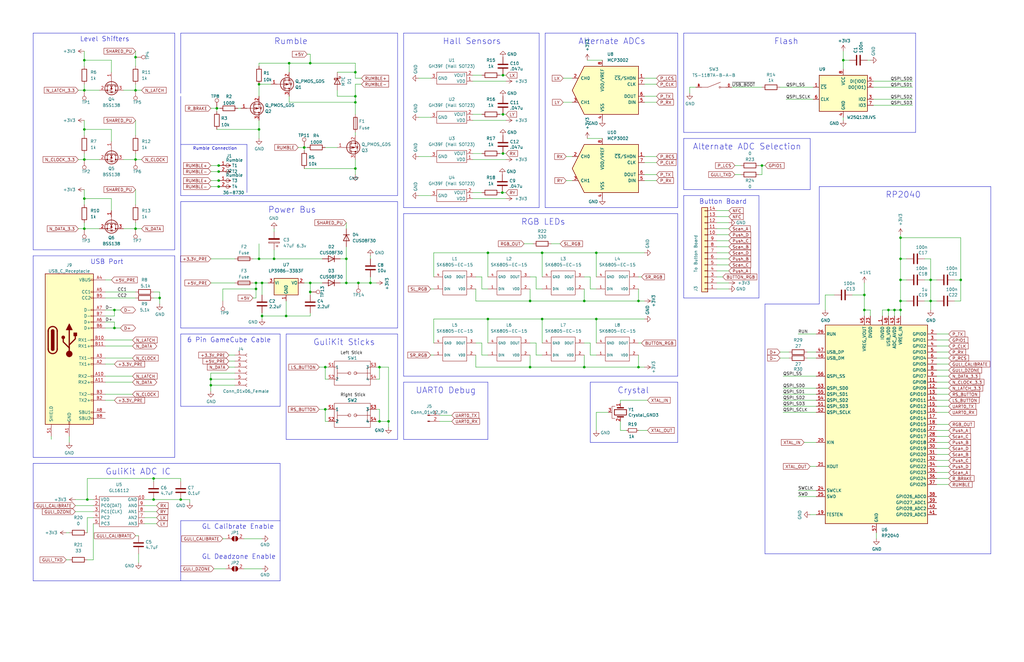
<source format=kicad_sch>
(kicad_sch (version 20230121) (generator eeschema)
  (paper "B")
  (title_block (title "ProGCC v3 Main Board") (date "2019-12-18") (rev "0.1") (company "HHL/Esca"))
  (junction (at 146.05 119.38))
  (junction (at 364.49 124.46))
  (junction (at 48.26 130.81))
  (junction (at 35.56 38.1))
  (junction (at 57.15 38.1))
  (junction (at 146.05 109.22))
  (junction (at 392.43 118.11))
  (junction (at 88.9 160.02))
  (junction (at 107.95 121.92))
  (junction (at 251.46 134.62))
  (junction (at 35.56 25.4))
  (junction (at 91.44 45.72))
  (junction (at 128.27 62.23))
  (junction (at 205.74 134.62))
  (junction (at 149.86 43.18))
  (junction (at 149.86 30.48))
  (junction (at 107.95 119.38))
  (junction (at 212.09 64.77))
  (junction (at 379.73 118.11))
  (junction (at 151.13 119.38))
  (junction (at 379.73 100.33))
  (junction (at 109.22 109.22))
  (junction (at 92.202 76.2))
  (junction (at 160.02 177.8))
  (junction (at 223.52 154.94))
  (junction (at 57.15 67.31))
  (junction (at 364.49 130.81))
  (junction (at 374.65 130.81))
  (junction (at 379.73 109.22))
  (junction (at 76.2 210.82))
  (junction (at 392.43 127))
  (junction (at 379.73 130.81))
  (junction (at 64.77 210.82))
  (junction (at 48.26 138.43))
  (junction (at 149.86 71.12))
  (junction (at 137.16 172.72))
  (junction (at 35.56 96.52))
  (junction (at 88.9 162.56))
  (junction (at 120.65 133.35))
  (junction (at 130.81 123.19))
  (junction (at 92.202 69.85))
  (junction (at 246.38 154.94))
  (junction (at 149.86 40.64))
  (junction (at 223.52 127))
  (junction (at 321.31 69.85))
  (junction (at 251.46 106.68))
  (junction (at 109.22 35.56))
  (junction (at 228.6 134.62))
  (junction (at 212.09 48.26))
  (junction (at 130.81 26.67))
  (junction (at 130.81 119.38))
  (junction (at 64.77 201.93))
  (junction (at 121.92 26.67))
  (junction (at 377.19 130.81))
  (junction (at 137.16 154.94))
  (junction (at 379.73 127))
  (junction (at 35.56 67.31))
  (junction (at 246.38 127))
  (junction (at 57.15 96.52))
  (junction (at 35.56 83.82))
  (junction (at 405.13 118.11))
  (junction (at 92.202 78.74))
  (junction (at 35.56 54.61))
  (junction (at 160.02 154.94))
  (junction (at 355.6 25.4))
  (junction (at 163.83 177.8))
  (junction (at 36.83 210.82))
  (junction (at 212.09 31.75))
  (junction (at 57.15 24.13))
  (junction (at 205.74 106.68))
  (junction (at 269.24 154.94))
  (junction (at 110.49 133.35))
  (junction (at 269.24 127))
  (junction (at 92.202 72.39))
  (junction (at 67.31 125.73))
  (junction (at 156.21 119.38))
  (junction (at 228.6 106.68))
  (junction (at 115.57 109.22))
  (junction (at 211.836 81.28))
  (junction (at 109.22 54.61))
  (junction (at 110.49 119.38))
  (wire (pts (xy 109.22 54.61) (xy 109.22 58.42)))
  (polyline (pts (xy 13.97 13.97) (xy 13.97 105.41)))
  (wire (pts (xy 321.31 36.83) (xy 308.61 36.83)))
  (wire (pts (xy 210.82 48.26) (xy 212.09 48.26)))
  (wire (pts (xy 88.9 45.72) (xy 91.44 45.72)))
  (wire (pts (xy 48.26 130.81) (xy 50.8 130.81)))
  (wire (pts (xy 405.13 118.11) (xy 405.13 127)))
  (wire (pts (xy 394.97 184.15) (xy 400.05 184.15)))
  (polyline (pts (xy 322.58 128.27) (xy 322.58 233.68)))
  (wire (pts (xy 394.97 168.91) (xy 400.05 168.91)))
  (wire (pts (xy 130.81 22.86) (xy 129.54 22.86)))
  (wire (pts (xy 369.57 224.79) (xy 369.57 227.33)))
  (polyline (pts (xy 76.2 109.22) (xy 76.2 85.09)))
  (wire (pts (xy 137.16 177.8) (xy 138.43 177.8)))
  (wire (pts (xy 228.6 134.62) (xy 251.46 134.62)))
  (wire (pts (xy 29.21 184.15) (xy 29.21 186.69)))
  (wire (pts (xy 41.91 67.31) (xy 35.56 67.31)))
  (wire (pts (xy 182.88 106.68) (xy 205.74 106.68)))
  (wire (pts (xy 52.07 96.52) (xy 57.15 96.52)))
  (wire (pts (xy 182.88 116.84) (xy 182.88 106.68)))
  (polyline (pts (xy 73.66 13.97) (xy 73.66 105.41)))
  (wire (pts (xy 46.99 54.61) (xy 35.56 54.61)))
  (wire (pts (xy 210.82 64.77) (xy 212.09 64.77)))
  (wire (pts (xy 228.6 106.68) (xy 228.6 116.84)))
  (wire (pts (xy 107.95 125.73) (xy 107.95 121.92)))
  (wire (pts (xy 309.88 73.66) (xy 312.42 73.66)))
  (wire (pts (xy 232.41 102.87) (xy 236.22 102.87)))
  (polyline (pts (xy 229.87 13.97) (xy 285.75 13.97)))
  (wire (pts (xy 332.74 148.59) (xy 328.93 148.59)))
  (wire (pts (xy 46.99 83.82) (xy 35.56 83.82)))
  (polyline (pts (xy 76.2 245.11) (xy 76.2 219.71)))
  (polyline (pts (xy 76.2 140.97) (xy 118.11 140.97)))
  (wire (pts (xy 330.2 168.91) (xy 344.17 168.91)))
  (wire (pts (xy 200.66 154.94) (xy 200.66 149.86)))
  (wire (pts (xy 48.26 138.43) (xy 50.8 138.43)))
  (wire (pts (xy 344.17 207.01) (xy 336.55 207.01)))
  (wire (pts (xy 44.45 118.11) (xy 46.99 118.11)))
  (wire (pts (xy 64.77 125.73) (xy 67.31 125.73)))
  (wire (pts (xy 344.17 151.13) (xy 340.36 151.13)))
  (polyline (pts (xy 288.29 80.01) (xy 341.63 80.01)))
  (wire (pts (xy 330.2 166.37) (xy 344.17 166.37)))
  (wire (pts (xy 205.74 134.62) (xy 205.74 144.78)))
  (polyline (pts (xy 13.97 13.97) (xy 73.66 13.97)))
  (wire (pts (xy 142.24 40.64) (xy 142.24 38.1)))
  (wire (pts (xy 226.06 121.92) (xy 228.6 121.92)))
  (wire (pts (xy 199.39 64.77) (xy 203.2 64.77)))
  (polyline (pts (xy 73.66 107.95) (xy 73.66 193.04)))
  (polyline (pts (xy 285.75 186.69) (xy 248.92 186.69)))
  (polyline (pts (xy 229.87 13.97) (xy 229.87 87.63)))
  (wire (pts (xy 21.59 184.15) (xy 21.59 185.42)))
  (polyline (pts (xy 170.18 161.29) (xy 170.18 185.42)))
  (wire (pts (xy 307.34 99.06) (xy 302.26 99.06)))
  (wire (pts (xy 44.45 166.37) (xy 55.88 166.37)))
  (wire (pts (xy 379.73 127) (xy 379.73 130.81)))
  (wire (pts (xy 344.17 158.75) (xy 330.2 158.75)))
  (polyline (pts (xy 288.29 58.42) (xy 341.63 58.42)))
  (wire (pts (xy 110.49 132.08) (xy 110.49 133.35)))
  (wire (pts (xy 358.14 25.4) (xy 355.6 25.4)))
  (wire (pts (xy 35.56 50.8) (xy 35.56 54.61)))
  (wire (pts (xy 212.09 64.77) (xy 213.36 64.77)))
  (wire (pts (xy 394.97 151.13) (xy 400.05 151.13)))
  (polyline (pts (xy 13.97 245.11) (xy 118.11 245.11)))
  (wire (pts (xy 44.45 125.73) (xy 57.15 125.73)))
  (wire (pts (xy 246.38 154.94) (xy 223.52 154.94)))
  (wire (pts (xy 199.39 34.29) (xy 213.36 34.29)))
  (wire (pts (xy 271.78 68.58) (xy 276.86 68.58)))
  (wire (pts (xy 394.97 148.59) (xy 400.05 148.59)))
  (polyline (pts (xy 73.66 193.04) (xy 13.97 193.04)))
  (wire (pts (xy 35.56 21.59) (xy 35.56 25.4)))
  (wire (pts (xy 368.3 34.29) (xy 384.81 34.29)))
  (wire (pts (xy 143.51 109.22) (xy 146.05 109.22)))
  (wire (pts (xy 368.3 41.91) (xy 384.81 41.91)))
  (wire (pts (xy 394.97 166.37) (xy 400.05 166.37)))
  (wire (pts (xy 88.9 160.02) (xy 88.9 162.56)))
  (wire (pts (xy 271.78 66.04) (xy 276.86 66.04)))
  (wire (pts (xy 146.05 109.22) (xy 146.05 119.38)))
  (wire (pts (xy 39.37 218.44) (xy 36.83 218.44)))
  (wire (pts (xy 57.15 50.8) (xy 57.15 57.15)))
  (polyline (pts (xy 170.18 87.63) (xy 227.33 87.63)))
  (wire (pts (xy 137.16 154.94) (xy 138.43 154.94)))
  (wire (pts (xy 307.34 104.14) (xy 302.26 104.14)))
  (polyline (pts (xy 205.74 185.42) (xy 205.74 161.29)))
  (wire (pts (xy 102.87 227.33) (xy 110.49 227.33)))
  (wire (pts (xy 307.34 106.68) (xy 302.26 106.68)))
  (wire (pts (xy 307.34 109.22) (xy 302.26 109.22)))
  (wire (pts (xy 364.49 119.38) (xy 364.49 124.46)))
  (wire (pts (xy 394.97 171.45) (xy 400.05 171.45)))
  (wire (pts (xy 35.56 67.31) (xy 35.56 64.77)))
  (polyline (pts (xy 170.18 185.42) (xy 205.74 185.42)))
  (wire (pts (xy 203.2 144.78) (xy 203.2 149.86)))
  (wire (pts (xy 44.45 158.75) (xy 55.88 158.75)))
  (polyline (pts (xy 170.18 90.17) (xy 170.18 158.75)))
  (wire (pts (xy 176.53 33.02) (xy 181.61 33.02)))
  (polyline (pts (xy 248.92 161.29) (xy 285.75 161.29)))
  (polyline (pts (xy 76.2 219.71) (xy 118.11 219.71)))
  (wire (pts (xy 389.89 118.11) (xy 392.43 118.11)))
  (wire (pts (xy 31.75 210.82) (xy 36.83 210.82)))
  (wire (pts (xy 36.83 210.82) (xy 39.37 210.82)))
  (wire (pts (xy 48.26 133.35) (xy 48.26 130.81)))
  (wire (pts (xy 44.45 135.89) (xy 48.26 135.89)))
  (wire (pts (xy 57.15 67.31) (xy 57.15 64.77)))
  (wire (pts (xy 226.06 144.78) (xy 226.06 149.86)))
  (wire (pts (xy 67.31 125.73) (xy 67.31 128.27)))
  (polyline (pts (xy 288.29 13.97) (xy 386.08 13.97)))
  (wire (pts (xy 109.22 26.67) (xy 109.22 27.94)))
  (polyline (pts (xy 320.04 82.55) (xy 320.04 125.73)))
  (wire (pts (xy 304.8 116.84) (xy 302.26 116.84)))
  (wire (pts (xy 93.98 127) (xy 93.98 121.92)))
  (wire (pts (xy 394.97 186.69) (xy 400.05 186.69)))
  (polyline (pts (xy 345.44 78.74) (xy 345.44 128.27)))
  (wire (pts (xy 137.16 160.02) (xy 138.43 160.02)))
  (wire (pts (xy 149.86 35.56) (xy 152.4 35.56)))
  (wire (pts (xy 48.26 135.89) (xy 48.26 138.43)))
  (wire (pts (xy 392.43 109.22) (xy 392.43 118.11)))
  (polyline (pts (xy 76.2 13.97) (xy 167.64 13.97)))
  (polyline (pts (xy 118.11 195.58) (xy 118.11 245.11)))
  (wire (pts (xy 269.24 116.84) (xy 270.51 116.84)))
  (wire (pts (xy 307.34 111.76) (xy 302.26 111.76)))
  (wire (pts (xy 185.42 175.26) (xy 190.5 175.26)))
  (wire (pts (xy 205.74 106.68) (xy 205.74 116.84)))
  (wire (pts (xy 121.92 30.48) (xy 121.92 26.67)))
  (wire (pts (xy 394.97 189.23) (xy 400.05 189.23)))
  (wire (pts (xy 205.74 106.68) (xy 228.6 106.68)))
  (wire (pts (xy 261.62 181.61) (xy 264.16 181.61)))
  (wire (pts (xy 251.46 134.62) (xy 271.78 134.62)))
  (polyline (pts (xy 320.04 125.73) (xy 288.29 125.73)))
  (wire (pts (xy 210.82 81.28) (xy 211.836 81.28)))
  (wire (pts (xy 351.79 124.46) (xy 347.98 124.46)))
  (wire (pts (xy 93.98 121.92) (xy 107.95 121.92)))
  (wire (pts (xy 57.15 96.52) (xy 57.15 93.98)))
  (wire (pts (xy 307.34 101.6) (xy 302.26 101.6)))
  (polyline (pts (xy 288.29 82.55) (xy 288.29 125.73)))
  (polyline (pts (xy 288.29 58.42) (xy 288.29 80.01)))
  (wire (pts (xy 256.54 173.99) (xy 251.46 173.99)))
  (wire (pts (xy 379.73 127) (xy 382.27 127)))
  (wire (pts (xy 392.43 127) (xy 392.43 130.81)))
  (wire (pts (xy 96.52 149.86) (xy 99.06 149.86)))
  (wire (pts (xy 341.63 217.17) (xy 344.17 217.17)))
  (wire (pts (xy 405.13 100.33) (xy 405.13 118.11)))
  (wire (pts (xy 269.24 181.61) (xy 273.05 181.61)))
  (wire (pts (xy 60.96 220.98) (xy 66.04 220.98)))
  (wire (pts (xy 226.06 149.86) (xy 228.6 149.86)))
  (wire (pts (xy 394.97 158.75) (xy 400.05 158.75)))
  (wire (pts (xy 368.3 36.83) (xy 384.81 36.83)))
  (wire (pts (xy 199.39 48.26) (xy 203.2 48.26)))
  (wire (pts (xy 331.47 41.91) (xy 342.9 41.91)))
  (wire (pts (xy 181.61 149.86) (xy 182.88 149.86)))
  (wire (pts (xy 389.89 109.22) (xy 392.43 109.22)))
  (wire (pts (xy 347.98 124.46) (xy 347.98 130.81)))
  (wire (pts (xy 57.15 38.1) (xy 57.15 35.56)))
  (wire (pts (xy 247.65 58.42) (xy 254 58.42)))
  (wire (pts (xy 394.97 196.85) (xy 400.05 196.85)))
  (wire (pts (xy 121.92 26.67) (xy 130.81 26.67)))
  (polyline (pts (xy 227.33 87.63) (xy 227.33 13.97)))
  (wire (pts (xy 246.38 154.94) (xy 246.38 149.86)))
  (wire (pts (xy 344.17 173.99) (xy 330.2 173.99)))
  (wire (pts (xy 41.91 96.52) (xy 35.56 96.52)))
  (wire (pts (xy 330.2 163.83) (xy 344.17 163.83)))
  (wire (pts (xy 237.49 43.18) (xy 241.3 43.18)))
  (wire (pts (xy 92.202 69.85) (xy 92.71 69.85)))
  (wire (pts (xy 120.65 127) (xy 120.65 133.35)))
  (wire (pts (xy 269.24 144.78) (xy 270.51 144.78)))
  (wire (pts (xy 44.45 133.35) (xy 48.26 133.35)))
  (wire (pts (xy 149.86 30.48) (xy 149.86 26.67)))
  (wire (pts (xy 246.38 116.84) (xy 248.92 116.84)))
  (wire (pts (xy 121.92 40.64) (xy 121.92 43.18)))
  (wire (pts (xy 405.13 100.33) (xy 379.73 100.33)))
  (polyline (pts (xy 285.75 90.17) (xy 285.75 158.75)))
  (wire (pts (xy 181.61 121.92) (xy 182.88 121.92)))
  (polyline (pts (xy 248.92 161.29) (xy 248.92 186.69)))
  (wire (pts (xy 238.76 66.04) (xy 241.3 66.04)))
  (wire (pts (xy 394.97 140.97) (xy 400.05 140.97)))
  (wire (pts (xy 88.9 76.2) (xy 92.202 76.2)))
  (wire (pts (xy 379.73 109.22) (xy 379.73 118.11)))
  (wire (pts (xy 374.65 130.81) (xy 377.19 130.81)))
  (wire (pts (xy 321.31 69.85) (xy 322.58 69.85)))
  (wire (pts (xy 64.77 201.93) (xy 76.2 201.93)))
  (polyline (pts (xy 73.66 105.41) (xy 13.97 105.41)))
  (wire (pts (xy 88.9 78.74) (xy 92.202 78.74)))
  (wire (pts (xy 307.34 91.44) (xy 302.26 91.44)))
  (wire (pts (xy 374.65 130.81) (xy 374.65 133.35)))
  (wire (pts (xy 57.15 38.1) (xy 59.69 38.1)))
  (polyline (pts (xy 120.65 185.42) (xy 120.65 140.97)))
  (wire (pts (xy 33.02 96.52) (xy 35.56 96.52)))
  (polyline (pts (xy 13.97 245.11) (xy 13.97 195.58)))
  (wire (pts (xy 271.78 35.56) (xy 276.86 35.56)))
  (wire (pts (xy 379.73 118.11) (xy 379.73 127)))
  (wire (pts (xy 392.43 118.11) (xy 392.43 127)))
  (wire (pts (xy 394.97 179.07) (xy 400.05 179.07)))
  (wire (pts (xy 88.9 162.56) (xy 99.06 162.56)))
  (wire (pts (xy 261.62 170.18) (xy 261.62 168.91)))
  (wire (pts (xy 210.82 31.75) (xy 212.09 31.75)))
  (polyline (pts (xy 386.08 55.88) (xy 288.29 55.88)))
  (wire (pts (xy 290.83 36.83) (xy 290.83 39.37)))
  (wire (pts (xy 149.86 30.48) (xy 149.86 33.02)))
  (wire (pts (xy 36.83 201.93) (xy 64.77 201.93)))
  (wire (pts (xy 212.09 31.75) (xy 213.36 31.75)))
  (wire (pts (xy 156.21 109.22) (xy 156.21 107.95)))
  (wire (pts (xy 271.78 40.64) (xy 276.86 40.64)))
  (wire (pts (xy 379.73 99.06) (xy 379.73 100.33)))
  (wire (pts (xy 394.97 181.61) (xy 400.05 181.61)))
  (wire (pts (xy 76.2 210.82) (xy 80.01 210.82)))
  (polyline (pts (xy 76.2 60.96) (xy 104.14 60.96)))
  (wire (pts (xy 237.49 33.02) (xy 241.3 33.02)))
  (wire (pts (xy 102.87 240.03) (xy 110.49 240.03)))
  (wire (pts (xy 344.17 209.55) (xy 336.55 209.55)))
  (wire (pts (xy 248.92 149.86) (xy 251.46 149.86)))
  (wire (pts (xy 339.09 186.69) (xy 344.17 186.69)))
  (wire (pts (xy 203.2 121.92) (xy 205.74 121.92)))
  (wire (pts (xy 160.02 172.72) (xy 160.02 177.8)))
  (wire (pts (xy 176.53 66.04) (xy 181.61 66.04)))
  (wire (pts (xy 364.49 130.81) (xy 364.49 133.35)))
  (wire (pts (xy 223.52 127) (xy 200.66 127)))
  (wire (pts (xy 223.52 154.94) (xy 200.66 154.94)))
  (polyline (pts (xy 120.65 140.97) (xy 167.64 140.97)))
  (wire (pts (xy 121.92 26.67) (xy 109.22 26.67)))
  (wire (pts (xy 203.2 116.84) (xy 203.2 121.92)))
  (wire (pts (xy 142.24 30.48) (xy 149.86 30.48)))
  (wire (pts (xy 344.17 148.59) (xy 340.36 148.59)))
  (wire (pts (xy 405.13 127) (xy 402.59 127)))
  (wire (pts (xy 33.02 38.1) (xy 35.56 38.1)))
  (wire (pts (xy 44.45 153.67) (xy 48.26 153.67)))
  (wire (pts (xy 88.9 109.22) (xy 99.06 109.22)))
  (wire (pts (xy 109.22 109.22) (xy 115.57 109.22)))
  (wire (pts (xy 302.26 119.38) (xy 307.34 119.38)))
  (wire (pts (xy 182.88 134.62) (xy 205.74 134.62)))
  (wire (pts (xy 156.21 116.84) (xy 156.21 119.38)))
  (wire (pts (xy 88.9 157.48) (xy 88.9 160.02)))
  (wire (pts (xy 57.15 24.13) (xy 57.15 27.94)))
  (wire (pts (xy 60.96 218.44) (xy 66.04 218.44)))
  (wire (pts (xy 247.65 25.4) (xy 254 25.4)))
  (wire (pts (xy 106.68 125.73) (xy 107.95 125.73)))
  (wire (pts (xy 44.45 130.81) (xy 48.26 130.81)))
  (wire (pts (xy 88.9 119.38) (xy 99.06 119.38)))
  (wire (pts (xy 302.26 121.92) (xy 307.34 121.92)))
  (wire (pts (xy 100.33 45.72) (xy 101.6 45.72)))
  (wire (pts (xy 115.57 109.22) (xy 135.89 109.22)))
  (wire (pts (xy 130.81 132.08) (xy 130.81 133.35)))
  (wire (pts (xy 115.57 96.52) (xy 115.57 97.79)))
  (wire (pts (xy 44.45 161.29) (xy 55.88 161.29)))
  (wire (pts (xy 402.59 118.11) (xy 405.13 118.11)))
  (wire (pts (xy 44.45 168.91) (xy 48.26 168.91)))
  (wire (pts (xy 185.42 177.8) (xy 190.5 177.8)))
  (wire (pts (xy 226.06 116.84) (xy 226.06 121.92)))
  (wire (pts (xy 372.11 130.81) (xy 374.65 130.81)))
  (wire (pts (xy 146.05 119.38) (xy 151.13 119.38)))
  (wire (pts (xy 57.15 21.59) (xy 57.15 24.13)))
  (polyline (pts (xy 386.08 13.97) (xy 386.08 55.88)))
  (wire (pts (xy 200.66 144.78) (xy 203.2 144.78)))
  (wire (pts (xy 67.31 123.19) (xy 67.31 125.73)))
  (wire (pts (xy 328.93 36.83) (xy 342.9 36.83)))
  (wire (pts (xy 163.83 154.94) (xy 163.83 177.8)))
  (wire (pts (xy 158.75 172.72) (xy 160.02 172.72)))
  (polyline (pts (xy 170.18 13.97) (xy 170.18 87.63)))
  (wire (pts (xy 91.44 45.72) (xy 92.71 45.72)))
  (wire (pts (xy 238.76 76.2) (xy 241.3 76.2)))
  (wire (pts (xy 115.57 105.41) (xy 115.57 109.22)))
  (wire (pts (xy 99.06 157.48) (xy 88.9 157.48)))
  (wire (pts (xy 309.88 69.85) (xy 312.42 69.85)))
  (wire (pts (xy 88.9 160.02) (xy 99.06 160.02)))
  (wire (pts (xy 137.16 154.94) (xy 137.16 160.02)))
  (wire (pts (xy 223.52 116.84) (xy 226.06 116.84)))
  (wire (pts (xy 220.98 102.87) (xy 224.79 102.87)))
  (wire (pts (xy 223.52 144.78) (xy 226.06 144.78)))
  (wire (pts (xy 149.86 43.18) (xy 149.86 48.26)))
  (wire (pts (xy 246.38 127) (xy 246.38 121.92)))
  (wire (pts (xy 246.38 127) (xy 223.52 127)))
  (wire (pts (xy 149.86 71.12) (xy 149.86 73.66)))
  (wire (pts (xy 394.97 163.83) (xy 400.05 163.83)))
  (wire (pts (xy 134.62 172.72) (xy 137.16 172.72)))
  (polyline (pts (xy 322.58 128.27) (xy 345.44 128.27)))
  (wire (pts (xy 261.62 168.91) (xy 273.05 168.91)))
  (wire (pts (xy 355.6 25.4) (xy 355.6 29.21)))
  (wire (pts (xy 60.96 215.9) (xy 66.04 215.9)))
  (polyline (pts (xy 76.2 140.97) (xy 76.2 171.45)))
  (polyline (pts (xy 120.65 185.42) (xy 167.64 185.42)))
  (polyline (pts (xy 13.97 107.95) (xy 73.66 107.95)))
  (wire (pts (xy 307.34 114.3) (xy 302.26 114.3)))
  (wire (pts (xy 35.56 38.1) (xy 35.56 35.56)))
  (wire (pts (xy 36.83 218.44) (xy 36.83 224.79)))
  (wire (pts (xy 394.97 153.67) (xy 400.05 153.67)))
  (polyline (pts (xy 285.75 158.75) (xy 170.18 158.75)))
  (wire (pts (xy 57.15 226.06) (xy 58.42 226.06)))
  (wire (pts (xy 200.66 127) (xy 200.66 121.92)))
  (polyline (pts (xy 118.11 171.45) (xy 76.2 171.45)))
  (wire (pts (xy 379.73 130.81) (xy 379.73 133.35)))
  (wire (pts (xy 199.39 83.82) (xy 213.36 83.82)))
  (wire (pts (xy 130.81 133.35) (xy 120.65 133.35)))
  (wire (pts (xy 199.39 67.31) (xy 213.36 67.31)))
  (wire (pts (xy 64.77 123.19) (xy 67.31 123.19)))
  (wire (pts (xy 248.92 116.84) (xy 248.92 121.92)))
  (wire (pts (xy 36.83 201.93) (xy 36.83 210.82)))
  (wire (pts (xy 394.97 194.31) (xy 400.05 194.31)))
  (wire (pts (xy 109.22 35.56) (xy 114.3 35.56)))
  (wire (pts (xy 246.38 144.78) (xy 248.92 144.78)))
  (wire (pts (xy 377.19 130.81) (xy 379.73 130.81)))
  (wire (pts (xy 212.09 48.26) (xy 213.36 48.26)))
  (wire (pts (xy 80.01 210.82) (xy 80.01 212.09)))
  (wire (pts (xy 109.22 50.8) (xy 109.22 54.61)))
  (wire (pts (xy 137.16 172.72) (xy 137.16 177.8)))
  (wire (pts (xy 90.17 240.03) (xy 95.25 240.03)))
  (wire (pts (xy 35.56 80.01) (xy 35.56 83.82)))
  (wire (pts (xy 307.34 96.52) (xy 302.26 96.52)))
  (wire (pts (xy 107.95 121.92) (xy 107.95 119.38)))
  (wire (pts (xy 106.68 119.38) (xy 107.95 119.38)))
  (wire (pts (xy 271.78 154.94) (xy 269.24 154.94)))
  (wire (pts (xy 151.13 119.38) (xy 156.21 119.38)))
  (wire (pts (xy 223.52 154.94) (xy 223.52 149.86)))
  (wire (pts (xy 149.86 40.64) (xy 142.24 40.64)))
  (wire (pts (xy 382.27 109.22) (xy 379.73 109.22)))
  (wire (pts (xy 392.43 127) (xy 389.89 127)))
  (wire (pts (xy 149.86 55.88) (xy 149.86 57.15)))
  (wire (pts (xy 92.202 78.74) (xy 92.71 78.74)))
  (wire (pts (xy 394.97 204.47) (xy 400.05 204.47)))
  (wire (pts (xy 160.02 177.8) (xy 158.75 177.8)))
  (wire (pts (xy 57.15 80.01) (xy 57.15 86.36)))
  (wire (pts (xy 46.99 88.9) (xy 46.99 83.82)))
  (wire (pts (xy 149.86 67.31) (xy 149.86 71.12)))
  (wire (pts (xy 269.24 154.94) (xy 246.38 154.94)))
  (wire (pts (xy 394.97 146.05) (xy 400.05 146.05)))
  (wire (pts (xy 394.97 201.93) (xy 400.05 201.93)))
  (polyline (pts (xy 167.64 138.43) (xy 76.2 138.43)))
  (wire (pts (xy 27.94 224.79) (xy 29.21 224.79)))
  (wire (pts (xy 228.6 106.68) (xy 251.46 106.68)))
  (wire (pts (xy 355.6 21.59) (xy 355.6 25.4)))
  (wire (pts (xy 46.99 59.69) (xy 46.99 54.61)))
  (wire (pts (xy 52.07 38.1) (xy 57.15 38.1)))
  (wire (pts (xy 271.78 73.66) (xy 276.86 73.66)))
  (polyline (pts (xy 118.11 140.97) (xy 118.11 171.45)))
  (polyline (pts (xy 417.83 78.74) (xy 345.44 78.74)))
  (wire (pts (xy 128.27 62.23) (xy 128.27 63.5)))
  (wire (pts (xy 160.02 154.94) (xy 163.83 154.94)))
  (wire (pts (xy 355.6 49.53) (xy 355.6 50.8)))
  (wire (pts (xy 163.83 177.8) (xy 163.83 180.34)))
  (polyline (pts (xy 288.29 82.55) (xy 320.04 82.55)))
  (wire (pts (xy 91.44 54.61) (xy 109.22 54.61)))
  (wire (pts (xy 92.202 72.39) (xy 92.71 72.39)))
  (wire (pts (xy 31.75 213.36) (xy 39.37 213.36)))
  (wire (pts (xy 130.81 119.38) (xy 130.81 123.19)))
  (wire (pts (xy 293.37 36.83) (xy 290.83 36.83)))
  (wire (pts (xy 134.62 154.94) (xy 137.16 154.94)))
  (wire (pts (xy 248.92 121.92) (xy 251.46 121.92)))
  (wire (pts (xy 364.49 124.46) (xy 364.49 130.81)))
  (wire (pts (xy 394.97 199.39) (xy 400.05 199.39)))
  (wire (pts (xy 320.04 73.66) (xy 321.31 73.66)))
  (wire (pts (xy 176.53 49.53) (xy 181.61 49.53)))
  (wire (pts (xy 307.34 88.9) (xy 302.26 88.9)))
  (polyline (pts (xy 227.33 13.97) (xy 170.18 13.97)))
  (wire (pts (xy 76.2 201.93) (xy 76.2 203.2)))
  (wire (pts (xy 364.49 130.81) (xy 367.03 130.81)))
  (wire (pts (xy 269.24 154.94) (xy 269.24 149.86)))
  (wire (pts (xy 128.27 62.23) (xy 129.54 62.23)))
  (polyline (pts (xy 76.2 109.22) (xy 76.2 138.43)))
  (wire (pts (xy 146.05 93.98) (xy 146.05 96.52)))
  (polyline (pts (xy 205.74 161.29) (xy 170.18 161.29)))
  (wire (pts (xy 44.45 123.19) (xy 57.15 123.19)))
  (polyline (pts (xy 285.75 87.63) (xy 229.87 87.63)))
  (wire (pts (xy 35.56 96.52) (xy 35.56 93.98)))
  (wire (pts (xy 200.66 116.84) (xy 203.2 116.84)))
  (wire (pts (xy 130.81 123.19) (xy 130.81 124.46)))
  (wire (pts (xy 332.74 151.13) (xy 328.93 151.13)))
  (wire (pts (xy 137.16 172.72) (xy 138.43 172.72)))
  (wire (pts (xy 44.45 146.05) (xy 55.88 146.05)))
  (wire (pts (xy 223.52 127) (xy 223.52 121.92)))
  (wire (pts (xy 149.86 40.64) (xy 149.86 43.18)))
  (wire (pts (xy 120.65 133.35) (xy 110.49 133.35)))
  (wire (pts (xy 44.45 151.13) (xy 55.88 151.13)))
  (wire (pts (xy 130.81 22.86) (xy 130.81 26.67)))
  (wire (pts (xy 93.98 227.33) (xy 95.25 227.33)))
  (wire (pts (xy 271.78 76.2) (xy 276.86 76.2)))
  (wire (pts (xy 321.31 73.66) (xy 321.31 69.85)))
  (wire (pts (xy 88.9 162.56) (xy 88.9 165.1)))
  (polyline (pts (xy 76.2 39.37) (xy 76.2 13.97)))
  (wire (pts (xy 128.27 71.12) (xy 149.86 71.12)))
  (wire (pts (xy 109.22 102.87) (xy 109.22 109.22)))
  (polyline (pts (xy 322.58 233.68) (xy 417.83 233.68)))
  (wire (pts (xy 92.202 76.2) (xy 92.71 76.2)))
  (wire (pts (xy 372.11 133.35) (xy 372.11 130.81)))
  (wire (pts (xy 251.46 134.62) (xy 251.46 144.78)))
  (wire (pts (xy 146.05 119.38) (xy 143.51 119.38)))
  (wire (pts (xy 392.43 118.11) (xy 394.97 118.11)))
  (wire (pts (xy 269.24 127) (xy 246.38 127)))
  (wire (pts (xy 110.49 134.62) (xy 110.49 133.35)))
  (wire (pts (xy 271.78 33.02) (xy 276.86 33.02)))
  (wire (pts (xy 137.16 62.23) (xy 142.24 62.23)))
  (wire (pts (xy 271.78 43.18) (xy 276.86 43.18)))
  (wire (pts (xy 199.39 81.28) (xy 203.2 81.28)))
  (wire (pts (xy 307.34 93.98) (xy 302.26 93.98)))
  (wire (pts (xy 158.75 154.94) (xy 160.02 154.94)))
  (wire (pts (xy 394.97 161.29) (xy 400.05 161.29)))
  (wire (pts (xy 156.21 119.38) (xy 158.75 119.38)))
  (wire (pts (xy 160.02 177.8) (xy 163.83 177.8)))
  (wire (pts (xy 392.43 127) (xy 394.97 127)))
  (wire (pts (xy 57.15 67.31) (xy 59.69 67.31)))
  (wire (pts (xy 271.78 127) (xy 269.24 127)))
  (wire (pts (xy 199.39 50.8) (xy 213.36 50.8)))
  (wire (pts (xy 110.49 119.38) (xy 110.49 124.46)))
  (polyline (pts (xy 13.97 195.58) (xy 118.11 195.58)))
  (wire (pts (xy 377.19 130.81) (xy 377.19 133.35)))
  (wire (pts (xy 368.3 44.45) (xy 384.81 44.45)))
  (wire (pts (xy 96.52 154.94) (xy 99.06 154.94)))
  (wire (pts (xy 52.07 67.31) (xy 57.15 67.31)))
  (polyline (pts (xy 167.64 85.09) (xy 167.64 138.43)))
  (wire (pts (xy 35.56 83.82) (xy 35.56 86.36)))
  (polyline (pts (xy 13.97 107.95) (xy 13.97 193.04)))
  (wire (pts (xy 88.9 72.39) (xy 92.202 72.39)))
  (wire (pts (xy 149.86 43.18) (xy 121.92 43.18)))
  (wire (pts (xy 36.83 236.22) (xy 39.37 236.22)))
  (wire (pts (xy 58.42 233.68) (xy 58.42 237.49)))
  (wire (pts (xy 248.92 144.78) (xy 248.92 149.86)))
  (wire (pts (xy 99.06 152.4) (xy 96.52 152.4)))
  (wire (pts (xy 211.836 81.28) (xy 213.36 81.28)))
  (wire (pts (xy 106.68 109.22) (xy 109.22 109.22)))
  (wire (pts (xy 251.46 173.99) (xy 251.46 181.61)))
  (wire (pts (xy 44.45 143.51) (xy 55.88 143.51)))
  (wire (pts (xy 46.99 30.48) (xy 46.99 25.4)))
  (wire (pts (xy 203.2 149.86) (xy 205.74 149.86)))
  (wire (pts (xy 149.86 26.67) (xy 130.81 26.67)))
  (polyline (pts (xy 167.64 82.55) (xy 76.2 82.55)))
  (wire (pts (xy 60.96 210.82) (xy 64.77 210.82)))
  (wire (pts (xy 365.76 25.4) (xy 367.03 25.4)))
  (wire (pts (xy 320.04 69.85) (xy 321.31 69.85)))
  (wire (pts (xy 251.46 106.68) (xy 251.46 116.84)))
  (wire (pts (xy 107.95 119.38) (xy 110.49 119.38)))
  (wire (pts (xy 160.02 154.94) (xy 160.02 160.02)))
  (polyline (pts (xy 167.64 140.97) (xy 167.64 185.42)))
  (wire (pts (xy 182.88 144.78) (xy 182.88 134.62)))
  (polyline (pts (xy 285.75 13.97) (xy 285.75 87.63)))
  (wire (pts (xy 149.86 33.02) (xy 152.4 33.02)))
  (wire (pts (xy 110.49 119.38) (xy 113.03 119.38)))
  (wire (pts (xy 35.56 54.61) (xy 35.56 57.15)))
  (wire (pts (xy 367.03 130.81) (xy 367.03 133.35)))
  (wire (pts (xy 88.9 69.85) (xy 92.202 69.85)))
  (wire (pts (xy 57.15 96.52) (xy 59.69 96.52)))
  (wire (pts (xy 33.02 67.31) (xy 35.56 67.31)))
  (wire (pts (xy 109.22 35.56) (xy 109.22 40.64)))
  (wire (pts (xy 60.96 213.36) (xy 66.04 213.36)))
  (polyline (pts (xy 76.2 40.64) (xy 76.2 82.55)))
  (wire (pts (xy 394.97 143.51) (xy 400.05 143.51)))
  (wire (pts (xy 125.73 62.23) (xy 128.27 62.23)))
  (wire (pts (xy 146.05 104.14) (xy 146.05 109.22)))
  (polyline (pts (xy 288.29 13.97) (xy 288.29 55.88)))
  (polyline (pts (xy 341.63 80.01) (xy 341.63 58.42)))
  (wire (pts (xy 359.41 124.46) (xy 364.49 124.46)))
  (wire (pts (xy 336.55 140.97) (xy 344.17 140.97)))
  (wire (pts (xy 394.97 191.77) (xy 400.05 191.77)))
  (wire (pts (xy 31.75 215.9) (xy 39.37 215.9)))
  (wire (pts (xy 379.73 100.33) (xy 379.73 109.22)))
  (wire (pts (xy 379.73 118.11) (xy 382.27 118.11)))
  (wire (pts (xy 176.53 82.55) (xy 181.61 82.55)))
  (wire (pts (xy 44.45 138.43) (xy 48.26 138.43)))
  (wire (pts (xy 135.89 119.38) (xy 130.81 119.38)))
  (polyline (pts (xy 170.18 90.17) (xy 285.75 90.17)))
  (polyline (pts (xy 285.75 161.29) (xy 285.75 186.69)))
  (wire (pts (xy 41.91 38.1) (xy 35.56 38.1)))
  (wire (pts (xy 35.56 25.4) (xy 35.56 27.94)))
  (wire (pts (xy 228.6 134.62) (xy 228.6 144.78)))
  (wire (pts (xy 344.17 196.85) (xy 341.63 196.85)))
  (wire (pts (xy 269.24 127) (xy 269.24 121.92)))
  (wire (pts (xy 205.74 134.62) (xy 228.6 134.62)))
  (wire (pts (xy 330.2 171.45) (xy 344.17 171.45)))
  (wire (pts (xy 261.62 177.8) (xy 261.62 181.61)))
  (wire (pts (xy 149.86 40.64) (xy 149.86 35.56)))
  (wire (pts (xy 251.46 106.68) (xy 271.78 106.68)))
  (polyline (pts (xy 76.2 85.09) (xy 167.64 85.09)))
  (polyline (pts (xy 167.64 13.97) (xy 167.64 82.55)))
  (wire (pts (xy 64.77 210.82) (xy 76.2 210.82)))
  (wire (pts (xy 39.37 236.22) (xy 39.37 220.98)))
  (wire (pts (xy 91.44 45.72) (xy 91.44 46.99)))
  (polyline (pts (xy 104.14 60.96) (xy 104.14 81.28)))
  (wire (pts (xy 27.94 236.22) (xy 29.21 236.22)))
  (polyline (pts (xy 417.83 233.68) (xy 417.83 78.74)))
  (wire (pts (xy 130.81 119.38) (xy 128.27 119.38)))
  (wire (pts (xy 394.97 156.21) (xy 400.05 156.21)))
  (wire (pts (xy 46.99 25.4) (xy 35.56 25.4)))
  (wire (pts (xy 199.39 31.75) (xy 203.2 31.75)))
  (wire (pts (xy 160.02 160.02) (xy 158.75 160.02)))
  (wire (pts (xy 394.97 173.99) (xy 400.05 173.99)))
  (wire (pts (xy 64.77 201.93) (xy 64.77 203.2)))
  (text "Flash" (at 326.39 19.05 0) (effects (font (size 2.54 2.54)) (justify left bottom)))
  (text "GuliKit ADC IC" (at 44.45 200.66 0) (effects (font (size 2.54 2.54)) (justify left bottom)))
  (text "Crystal" (at 260.35 166.37 0) (effects (font (size 2.54 2.54)) (justify left bottom)))
  (text "GL Deadzone Enable\n" (at 85.09 236.22 0) (effects (font (size 2.0066 2.0066)) (justify left bottom)))
  (text "Button Board" (at 314.96 86.36 0) (effects (font (size 2.0066 2.0066)) (justify right bottom)))
  (text "Alternate ADC Selection" (at 292.1 63.5 0) (effects (font (size 2.54 2.54)) (justify left bottom)))
  (text "Rumble Connection" (at 81.28 63.5 0) (effects (font (size 1.27 1.27)) (justify left bottom)))
  (text "RGB LEDs" (at 219.71 95.25 0) (effects (font (size 2.54 2.54)) (justify left bottom)))
  (text "RP2040" (at 373.38 83.82 0) (effects (font (size 2.54 2.54)) (justify left bottom)))
  (text "UART0 Debug\n" (at 175.26 166.37 0) (effects (font (size 2.54 2.54)) (justify left bottom)))
  (text "GuliKit Sticks" (at 132.08 146.05 0) (effects (font (size 2.54 2.54)) (justify left bottom)))
  (text "Hall Sensors" (at 186.69 19.05 0) (effects (font (size 2.54 2.54)) (justify left bottom)))
  (text "Power Bus" (at 113.03 90.17 0) (effects (font (size 2.54 2.54)) (justify left bottom)))
  (text "GL Calibrate Enable\n" (at 85.09 223.52 0) (effects (font (size 2.0066 2.0066)) (justify left bottom)))
  (text "Alternate ADCs" (at 243.84 19.05 0) (effects (font (size 2.54 2.54)) (justify left bottom)))
  (text "Level Shifters\n" (at 54.61 17.78 0) (effects (font (size 2.0066 2.0066)) (justify right bottom)))
  (text "Rumble" (at 115.57 19.05 0) (effects (font (size 2.54 2.54)) (justify left bottom)))
  (text "USB Port" (at 38.1 111.76 0) (effects (font (size 2.0066 2.0066)) (justify left bottom)))
  (text "6 Pin GameCube Cable\n" (at 114.3 144.78 0) (effects (font (size 2.0066 2.0066)) (justify right bottom)))
  (label "CC2" (at 49.53 125.73 0))
  (label "QSPI_SD1" (at 384.81 36.83 180))
  (label "QSPI_SD1" (at 330.2 166.37 0))
  (label "SWD" (at 336.55 209.55 0))
  (label "QSPI_SD0" (at 330.2 163.83 0))
  (label "QSPI_SD3" (at 330.2 171.45 0))
  (label "QSPI_SCLK" (at 331.47 41.91 0))
  (label "D+" (at 44.45 135.89 0))
  (label "QSPI_SCLK" (at 330.2 173.99 0))
  (label "CC1" (at 49.53 123.19 0))
  (label "Right Stick" (at 143.51 167.64 0))
  (label "RUN" (at 336.55 140.97 0))
  (label "QSPI_SD0" (at 384.81 34.29 180))
  (label "~{USB_BOOT}" (at 308.61 36.83 0))
  (label "SWCLK" (at 336.55 207.01 0))
  (label "QSPI_SS" (at 331.47 36.83 0))
  (label "QSPI_SS" (at 330.2 158.75 0))
  (label "QSPI_SD2" (at 330.2 168.91 0))
  (label "QSPI_SD3" (at 384.81 44.45 180))
  (label "D-" (at 44.45 130.81 0))
  (label "QSPI_SD2" (at 384.81 41.91 180))
  (label "Left Stick" (at 143.51 149.86 0))
  (global_label "RY" (shape input) (at 213.36 81.28 0) (property "Intersheetrefs" "${INTERSHEET_REFS}" (effects hide)))
  (global_label "Push_A" (shape input) (at 307.34 114.3 0) (property "Intersheetrefs" "${INTERSHEET_REFS}" (effects hide)))
  (global_label "XTAL_IN" (shape input) (at 339.09 186.69 180) (property "Intersheetrefs" "${INTERSHEET_REFS}" (effects hide)))
  (global_label "SHARED_PU" (shape input) (at 57.15 21.59 180) (property "Intersheetrefs" "${INTERSHEET_REFS}" (effects hide)))
  (global_label "SL_RGB" (shape input) (at 236.22 102.87 0) (property "Intersheetrefs" "${INTERSHEET_REFS}" (effects hide)))
  (global_label "RY" (shape input) (at 66.04 215.9 0) (property "Intersheetrefs" "${INTERSHEET_REFS}" (effects hide)))
  (global_label "LY" (shape input) (at 213.36 48.26 0) (property "Intersheetrefs" "${INTERSHEET_REFS}" (effects hide)))
  (global_label "RGB_OUT" (shape input) (at 400.05 179.07 0) (property "Intersheetrefs" "${INTERSHEET_REFS}" (effects hide)))
  (global_label "Push_A" (shape input) (at 400.05 181.61 0) (property "Intersheetrefs" "${INTERSHEET_REFS}" (effects hide)))
  (global_label "BUTTON_RGB" (shape input) (at 304.8 116.84 0) (property "Intersheetrefs" "${INTERSHEET_REFS}" (effects hide)))
  (global_label "+3.3V_PRE" (shape input) (at 48.26 168.91 0) (property "Intersheetrefs" "${INTERSHEET_REFS}" (effects hide)))
  (global_label "RUMBLE+" (shape input) (at 152.4 33.02 0) (property "Intersheetrefs" "${INTERSHEET_REFS}" (effects hide)))
  (global_label "SHARED_PU" (shape input) (at 146.05 93.98 180) (property "Intersheetrefs" "${INTERSHEET_REFS}" (effects hide)))
  (global_label "+5V" (shape input) (at 106.68 125.73 180) (property "Intersheetrefs" "${INTERSHEET_REFS}" (effects hide)))
  (global_label "GULI_CALIBRATE" (shape input) (at 57.15 226.06 180) (property "Intersheetrefs" "${INTERSHEET_REFS}" (effects hide)))
  (global_label "P_RCS" (shape input) (at 400.05 151.13 0) (property "Intersheetrefs" "${INTERSHEET_REFS}" (effects hide)))
  (global_label "P_TX" (shape input) (at 400.05 140.97 0) (property "Intersheetrefs" "${INTERSHEET_REFS}" (effects hide)))
  (global_label "LY" (shape input) (at 66.04 220.98 0) (property "Intersheetrefs" "${INTERSHEET_REFS}" (effects hide)))
  (global_label "SL_RGB" (shape input) (at 181.61 121.92 180) (property "Intersheetrefs" "${INTERSHEET_REFS}" (effects hide)))
  (global_label "Scan_C" (shape input) (at 400.05 184.15 0) (property "Intersheetrefs" "${INTERSHEET_REFS}" (effects hide)))
  (global_label "D-" (shape bidirectional) (at 50.8 130.81 0) (property "Intersheetrefs" "${INTERSHEET_REFS}" (effects hide)))
  (global_label "+5V_PRE" (shape input) (at 88.9 119.38 180) (property "Intersheetrefs" "${INTERSHEET_REFS}" (effects hide)))
  (global_label "RUMBLE-" (shape input) (at 88.9 78.74 180) (property "Intersheetrefs" "${INTERSHEET_REFS}" (effects hide)))
  (global_label "N_DATA_3.3" (shape input) (at 33.02 96.52 180) (property "Intersheetrefs" "${INTERSHEET_REFS}" (effects hide)))
  (global_label "N_DATA" (shape input) (at 59.69 96.52 0) (property "Intersheetrefs" "${INTERSHEET_REFS}" (effects hide)))
  (global_label "R_BRAKE" (shape input) (at 400.05 201.93 0) (property "Intersheetrefs" "${INTERSHEET_REFS}" (effects hide)))
  (global_label "RS_BUTTON" (shape input) (at 400.05 166.37 0) (property "Intersheetrefs" "${INTERSHEET_REFS}" (effects hide)))
  (global_label "Push_D" (shape input) (at 400.05 196.85 0) (property "Intersheetrefs" "${INTERSHEET_REFS}" (effects hide)))
  (global_label "UART0_TX" (shape input) (at 190.5 175.26 0) (property "Intersheetrefs" "${INTERSHEET_REFS}" (effects hide)))
  (global_label "UART0_TX" (shape input) (at 400.05 171.45 0) (property "Intersheetrefs" "${INTERSHEET_REFS}" (effects hide)))
  (global_label "Scan_A" (shape input) (at 307.34 96.52 0) (property "Intersheetrefs" "${INTERSHEET_REFS}" (effects hide)))
  (global_label "N_LATCH" (shape input) (at 59.69 38.1 0) (property "Intersheetrefs" "${INTERSHEET_REFS}" (effects hide)))
  (global_label "RY" (shape input) (at 238.76 76.2 180) (property "Intersheetrefs" "${INTERSHEET_REFS}" (effects hide)))
  (global_label "LX" (shape input) (at 237.49 33.02 180) (property "Intersheetrefs" "${INTERSHEET_REFS}" (effects hide)))
  (global_label "N_LATCH" (shape input) (at 55.88 143.51 0) (property "Intersheetrefs" "${INTERSHEET_REFS}" (effects hide)))
  (global_label "N_CLOCK" (shape input) (at 55.88 151.13 0) (property "Intersheetrefs" "${INTERSHEET_REFS}" (effects hide)))
  (global_label "Scan_C" (shape input) (at 307.34 111.76 0) (property "Intersheetrefs" "${INTERSHEET_REFS}" (effects hide)))
  (global_label "RUMBLE-" (shape input) (at 152.4 35.56 0) (property "Intersheetrefs" "${INTERSHEET_REFS}" (effects hide)))
  (global_label "SHARED_PU" (shape input) (at 57.15 50.8 180) (property "Intersheetrefs" "${INTERSHEET_REFS}" (effects hide)))
  (global_label "Scan_B" (shape input) (at 400.05 191.77 0) (property "Intersheetrefs" "${INTERSHEET_REFS}" (effects hide)))
  (global_label "P_RCS" (shape input) (at 276.86 66.04 0) (property "Intersheetrefs" "${INTERSHEET_REFS}" (effects hide)))
  (global_label "GULI_TXD" (shape input) (at 27.94 236.22 180) (property "Intersheetrefs" "${INTERSHEET_REFS}" (effects hide)))
  (global_label "D+" (shape input) (at 328.93 148.59 180) (property "Intersheetrefs" "${INTERSHEET_REFS}" (effects hide)))
  (global_label "GULI_DZONE" (shape input) (at 400.05 156.21 0) (property "Intersheetrefs" "${INTERSHEET_REFS}" (effects hide)))
  (global_label "P_TX" (shape input) (at 276.86 40.64 0) (property "Intersheetrefs" "${INTERSHEET_REFS}" (effects hide)))
  (global_label "P_CLK" (shape input) (at 276.86 35.56 0) (property "Intersheetrefs" "${INTERSHEET_REFS}" (effects hide)))
  (global_label "N_CLOCK" (shape input) (at 55.88 166.37 0) (property "Intersheetrefs" "${INTERSHEET_REFS}" (effects hide)))
  (global_label "XTAL_OUT" (shape input) (at 273.05 181.61 0) (property "Intersheetrefs" "${INTERSHEET_REFS}" (effects hide)))
  (global_label "P_RX" (shape input) (at 276.86 43.18 0) (property "Intersheetrefs" "${INTERSHEET_REFS}" (effects hide)))
  (global_label "P_LCS" (shape input) (at 309.88 69.85 180) (property "Intersheetrefs" "${INTERSHEET_REFS}" (effects hide)))
  (global_label "NFC" (shape input) (at 307.34 88.9 0) (property "Intersheetrefs" "${INTERSHEET_REFS}" (effects hide)))
  (global_label "P_RX" (shape input) (at 276.86 76.2 0) (property "Intersheetrefs" "${INTERSHEET_REFS}" (effects hide)))
  (global_label "+3.3V_PRE" (shape input) (at 96.52 149.86 180) (property "Intersheetrefs" "${INTERSHEET_REFS}" (effects hide)))
  (global_label "LS_BUTTON" (shape input) (at 134.62 154.94 180) (property "Intersheetrefs" "${INTERSHEET_REFS}" (effects hide)))
  (global_label "RX" (shape input) (at 213.36 64.77 0) (property "Intersheetrefs" "${INTERSHEET_REFS}" (effects hide)))
  (global_label "Push_B" (shape input) (at 400.05 186.69 0) (property "Intersheetrefs" "${INTERSHEET_REFS}" (effects hide)))
  (global_label "Push_C" (shape input) (at 307.34 101.6 0) (property "Intersheetrefs" "${INTERSHEET_REFS}" (effects hide)))
  (global_label "UART0_RX" (shape input) (at 190.5 177.8 0) (property "Intersheetrefs" "${INTERSHEET_REFS}" (effects hide)))
  (global_label "N_DATA" (shape bidirectional) (at 55.88 146.05 0) (property "Intersheetrefs" "${INTERSHEET_REFS}" (effects hide)))
  (global_label "D+" (shape bidirectional) (at 50.8 138.43 0) (property "Intersheetrefs" "${INTERSHEET_REFS}" (effects hide)))
  (global_label "RUMBLE-" (shape input) (at 88.9 72.39 180) (property "Intersheetrefs" "${INTERSHEET_REFS}" (effects hide)))
  (global_label "P_RX" (shape input) (at 400.05 148.59 0) (property "Intersheetrefs" "${INTERSHEET_REFS}" (effects hide)))
  (global_label "Scan_A" (shape input) (at 400.05 199.39 0) (property "Intersheetrefs" "${INTERSHEET_REFS}" (effects hide)))
  (global_label "GULI_TXD" (shape input) (at 309.88 73.66 180) (property "Intersheetrefs" "${INTERSHEET_REFS}" (effects hide)))
  (global_label "GULI_CALIBRATE" (shape input) (at 93.98 227.33 180) (property "Intersheetrefs" "${INTERSHEET_REFS}" (effects hide)))
  (global_label "P_LCS" (shape input) (at 276.86 33.02 0) (property "Intersheetrefs" "${INTERSHEET_REFS}" (effects hide)))
  (global_label "BUTTON_RGB" (shape input) (at 270.51 144.78 0) (property "Intersheetrefs" "${INTERSHEET_REFS}" (effects hide)))
  (global_label "Push_B" (shape input) (at 307.34 109.22 0) (property "Intersheetrefs" "${INTERSHEET_REFS}" (effects hide)))
  (global_label "RUMBLE" (shape input) (at 400.05 204.47 0) (property "Intersheetrefs" "${INTERSHEET_REFS}" (effects hide)))
  (global_label "LS_BUTTON" (shape input) (at 400.05 168.91 0) (property "Intersheetrefs" "${INTERSHEET_REFS}" (effects hide)))
  (global_label "N_CLOCK_3.3" (shape input) (at 33.02 67.31 180) (property "Intersheetrefs" "${INTERSHEET_REFS}" (effects hide)))
  (global_label "N_DATA" (shape bidirectional) (at 55.88 161.29 0) (property "Intersheetrefs" "${INTERSHEET_REFS}" (effects hide)))
  (global_label "RUMBLE" (shape input) (at 125.73 62.23 180) (property "Intersheetrefs" "${INTERSHEET_REFS}" (effects hide)))
  (global_label "Scan_D" (shape input) (at 307.34 106.68 0) (property "Intersheetrefs" "${INTERSHEET_REFS}" (effects hide)))
  (global_label "P_TX" (shape input) (at 276.86 73.66 0) (property "Intersheetrefs" "${INTERSHEET_REFS}" (effects hide)))
  (global_label "N_LATCH" (shape input) (at 55.88 158.75 0) (property "Intersheetrefs" "${INTERSHEET_REFS}" (effects hide)))
  (global_label "+3.3V_PRE" (shape input) (at 48.26 153.67 0) (property "Intersheetrefs" "${INTERSHEET_REFS}" (effects hide)))
  (global_label "N_LATCH_3.3" (shape input) (at 33.02 38.1 180) (property "Intersheetrefs" "${INTERSHEET_REFS}" (effects hide)))
  (global_label "GPIO1" (shape input) (at 322.58 69.85 0) (property "Intersheetrefs" "${INTERSHEET_REFS}" (effects hide)))
  (global_label "XTAL_OUT" (shape input) (at 341.63 196.85 180) (property "Intersheetrefs" "${INTERSHEET_REFS}" (effects hide)))
  (global_label "GULI_DZONE" (shape input) (at 31.75 215.9 180) (property "Intersheetrefs" "${INTERSHEET_REFS}" (effects hide)))
  (global_label "SR_RGB" (shape input) (at 270.51 116.84 0) (property "Intersheetrefs" "${INTERSHEET_REFS}" (effects hide)))
  (global_label "SHARED_PU" (shape input) (at 57.15 80.01 180) (property "Intersheetrefs" "${INTERSHEET_REFS}" (effects hide)))
  (global_label "RX" (shape input) (at 66.04 213.36 0) (property "Intersheetrefs" "${INTERSHEET_REFS}" (effects hide)))
  (global_label "+5V_PRE" (shape input) (at 96.52 152.4 180) (property "Intersheetrefs" "${INTERSHEET_REFS}" (effects hide)))
  (global_label "GPIO1" (shape input) (at 400.05 143.51 0) (property "Intersheetrefs" "${INTERSHEET_REFS}" (effects hide)))
  (global_label "+5V_PRE" (shape input) (at 46.99 118.11 0) (property "Intersheetrefs" "${INTERSHEET_REFS}" (effects hide)))
  (global_label "GULI_CALIBRATE" (shape input) (at 31.75 213.36 180) (property "Intersheetrefs" "${INTERSHEET_REFS}" (effects hide)))
  (global_label "D-" (shape input) (at 328.93 151.13 180) (property "Intersheetrefs" "${INTERSHEET_REFS}" (effects hide)))
  (global_label "N_LATCH_3.3" (shape input) (at 400.05 163.83 0) (property "Intersheetrefs" "${INTERSHEET_REFS}" (effects hide)))
  (global_label "GULI_CALIBRATE" (shape input) (at 400.05 153.67 0) (property "Intersheetrefs" "${INTERSHEET_REFS}" (effects hide)))
  (global_label "+5V" (shape input) (at 129.54 22.86 180) (property "Intersheetrefs" "${INTERSHEET_REFS}" (effects hide)))
  (global_label "R_BRAKE" (shape input) (at 88.9 45.72 180) (property "Intersheetrefs" "${INTERSHEET_REFS}" (effects hide)))
  (global_label "N_DATA_3.3" (shape input) (at 400.05 158.75 0) (property "Intersheetrefs" "${INTERSHEET_REFS}" (effects hide)))
  (global_label "SR_RGB" (shape input) (at 181.61 149.86 180) (property "Intersheetrefs" "${INTERSHEET_REFS}" (effects hide)))
  (global_label "UART0_RX" (shape input) (at 400.05 173.99 0) (property "Intersheetrefs" "${INTERSHEET_REFS}" (effects hide)))
  (global_label "GULI_DZONE" (shape input) (at 90.17 240.03 180) (property "Intersheetrefs" "${INTERSHEET_REFS}" (effects hide)))
  (global_label "N_CLOCK" (shape input) (at 59.69 67.31 0) (property "Intersheetrefs" "${INTERSHEET_REFS}" (effects hide)))
  (global_label "LX" (shape input) (at 213.36 31.75 0) (property "Intersheetrefs" "${INTERSHEET_REFS}" (effects hide)))
  (global_label "LX" (shape input) (at 66.04 218.44 0) (property "Intersheetrefs" "${INTERSHEET_REFS}" (effects hide)))
  (global_label "RS_BUTTON" (shape input) (at 134.62 172.72 180) (property "Intersheetrefs" "${INTERSHEET_REFS}" (effects hide)))
  (global_label "N_CLOCK_3.3" (shape input) (at 400.05 161.29 0) (property "Intersheetrefs" "${INTERSHEET_REFS}" (effects hide)))
  (global_label "Push_D" (shape input) (at 307.34 99.06 0) (property "Intersheetrefs" "${INTERSHEET_REFS}" (effects hide)))
  (global_label "Scan_D" (shape input) (at 400.05 189.23 0) (property "Intersheetrefs" "${INTERSHEET_REFS}" (effects hide)))
  (global_label "P_CLK" (shape input) (at 276.86 68.58 0) (property "Intersheetrefs" "${INTERSHEET_REFS}" (effects hide)))
  (global_label "RX" (shape input) (at 238.76 66.04 180) (property "Intersheetrefs" "${INTERSHEET_REFS}" (effects hide)))
  (global_label "LY" (shape input) (at 237.49 43.18 180) (property "Intersheetrefs" "${INTERSHEET_REFS}" (effects hide)))
  (global_label "NFC" (shape input) (at 307.34 91.44 0) (property "Intersheetrefs" "${INTERSHEET_REFS}" (effects hide)))
  (global_label "N_DATA" (shape input) (at 96.52 154.94 180) (property "Intersheetrefs" "${INTERSHEET_REFS}" (effects hide)))
  (global_label "RGB_OUT" (shape input) (at 220.98 102.87 180) (property "Intersheetrefs" "${INTERSHEET_REFS}" (effects hide)))
  (global_label "XTAL_IN" (shape input) (at 273.05 168.91 0) (property "Intersheetrefs" "${INTERSHEET_REFS}" (effects hide)))
  (global_label "+3.3V_PRE" (shape input) (at 88.9 109.22 180) (property "Intersheetrefs" "${INTERSHEET_REFS}" (effects hide)))
  (global_label "Scan_B" (shape input) (at 307.34 104.14 0) (property "Intersheetrefs" "${INTERSHEET_REFS}" (effects hide)))
  (global_label "P_CLK" (shape input) (at 400.05 146.05 0) (property "Intersheetrefs" "${INTERSHEET_REFS}" (effects hide)))
  (global_label "RUMBLE+" (shape input) (at 88.9 76.2 180) (property "Intersheetrefs" "${INTERSHEET_REFS}" (effects hide)))
  (global_label "RUMBLE+" (shape input) (at 88.9 69.85 180) (property "Intersheetrefs" "${INTERSHEET_REFS}" (effects hide)))
  (global_label "Push_C" (shape input) (at 400.05 194.31 0) (property "Intersheetrefs" "${INTERSHEET_REFS}" (effects hide)))
  (symbol (lib_id "Connector_Generic:Conn_01x14") (at 297.18 106.68 180) (unit 1)
    (property "Reference" "J3" (at 293.37 120.65 90) (effects (justify left)))
    (property "Value" "To Button Board" (at 293.37 99.06 90) (effects (justify left)))
    (property "Footprint" "procon_gcc:molex_5051101492_14P" (effects hide))
    (property "Digikey" "https://www.digikey.com/product-detail/en/molex/5051101492/WM12370CT-ND/5726229" (effects hide))
  )
  (symbol (lib_id "power:+3V3") (at 27.94 224.79 90) (unit 1)
    (property "Reference" "#PWR0128" (effects hide))
    (property "Value" "+3V3" (at 21.59 224.79 90))
  )
  (symbol (lib_id "power:+3V3") (at 247.65 58.42 0) (unit 1)
    (property "Reference" "#PWR0123" (effects hide))
    (property "Value" "+3V3" (at 247.65 52.07 90))
  )
  (symbol (lib_id "Device:C") (at 386.08 118.11 90) (unit 1)
    (property "Reference" "C18" (at 391.16 115.57 90) (effects (justify left)))
    (property "Value" "100n" (at 391.16 113.2586 90) (effects (justify left)))
    (property "Footprint" "Capacitor_SMD:C_0402_1005Metric" (effects hide))
  )
  (symbol (lib_id "power:GND") (at 341.63 217.17 270) (unit 1)
    (property "Reference" "#PWR0102" (effects hide))
    (property "Value" "GND" (at 337.2358 217.297 0))
  )
  (symbol (lib_id "progcc_v3:CUS08F30") (at 139.7 119.38 180) (unit 1)
    (property "Reference" "D3" (at 139.7 114.3 0))
    (property "Value" "CUS08F30" (at 139.7 116.84 0))
    (property "Footprint" "Diode_SMD:D_SOD-323_HandSoldering" (effects hide))
    (property "Datasheet" "${KIPRJMOD}/../progcc_v3_libs/docs/CUS08F30_datasheet_en_20140414.pdf" (effects hide))
  )
  (symbol (lib_id "Connector:Conn_01x02_Male") (at 97.282 76.2 0) (mirror y) (unit 1)
    (property "Reference" "J2" (at 96.647 72.1573 0))
    (property "Value" "Rumble" (at 98.806 73.914 0))
    (property "Footprint" "progcc_v3:rumble_pins" (effects hide))
  )
  (symbol (lib_id "Device:Q_PMOS_GSD") (at 119.38 35.56 0) (mirror x) (unit 1)
    (property "Reference" "Q1" (at 124.46 36.83 0) (effects (justify left)))
    (property "Value" "Q_PMOS_GDS" (at 124.46 34.29 0) (effects (justify left)))
    (property "Footprint" "Package_TO_SOT_SMD:SOT-23" (effects hide))
    (property "LCSC" "C15127" (effects hide))
  )
  (symbol (lib_id "progcc_v3:CUS08F30") (at 139.7 109.22 180) (unit 1)
    (property "Reference" "D2" (at 139.7 104.14 0))
    (property "Value" "CUS08F30" (at 139.7 106.68 0))
    (property "Footprint" "Diode_SMD:D_SOD-323_HandSoldering" (effects hide))
    (property "Datasheet" "${KIPRJMOD}/../progcc_v3_libs/docs/CUS08F30_datasheet_en_20140414.pdf" (effects hide))
  )
  (symbol (lib_id "Device:C") (at 211.836 77.47 0) (unit 1)
    (property "Reference" "C9" (at 214.757 76.3016 0) (effects (justify left)))
    (property "Value" ".047u" (at 214.757 78.613 0) (effects (justify left)))
    (property "Footprint" "Capacitor_SMD:C_0603_1608Metric_Pad1.08x0.95mm_HandSolder" (effects hide))
    (property "LCSC" "C15849" (effects hide))
  )
  (symbol (lib_id "progcc_v3:CUS08F30") (at 146.05 100.33 270) (unit 1)
    (property "Reference" "D4" (at 148.59 99.0599 90) (effects (justify left)))
    (property "Value" "CUS08F30" (at 148.59 101.5999 90) (effects (justify left)))
    (property "Footprint" "Diode_SMD:D_SOD-323_HandSoldering" (effects hide))
    (property "Datasheet" "${KIPRJMOD}/../progcc_v3_libs/docs/CUS08F30_datasheet_en_20140414.pdf" (effects hide))
  )
  (symbol (lib_id "power:GND") (at 88.9 165.1 0) (unit 1)
    (property "Reference" "#PWR0143" (effects hide))
    (property "Value" "GND" (at 89.027 169.4942 0))
  )
  (symbol (lib_id "progcc_v3:GH39F (Hall SOT23)") (at 190.5 82.55 0) (unit 1)
    (property "Reference" "U4" (at 190.5 74.93 0))
    (property "Value" "GH39F (Hall SOT23)" (at 190.5 77.47 0))
    (property "Footprint" "progcc_v3:GH39F" (effects hide))
    (property "Datasheet" "${KIPRJMOD}/../progcc_v3_libs/docs/GL1612 chip schematic V1.2.pdf" (effects hide))
  )
  (symbol (lib_id "Device:C") (at 212.09 27.94 0) (unit 1)
    (property "Reference" "C10" (at 215.011 26.7716 0) (effects (justify left)))
    (property "Value" ".047u" (at 215.011 29.083 0) (effects (justify left)))
    (property "Footprint" "Capacitor_SMD:C_0603_1608Metric_Pad1.08x0.95mm_HandSolder" (effects hide))
    (property "LCSC" "C15849" (effects hide))
  )
  (symbol (lib_id "Device:Crystal_GND3") (at 261.62 173.99 270) (unit 1)
    (property "Reference" "Y1" (at 264.922 172.8216 90) (effects (justify left)))
    (property "Value" "Crystal_GND3" (at 264.922 175.133 90) (effects (justify left)))
    (property "Footprint" "Crystal:Resonator_SMD_Murata_CSTxExxV-3Pin_3.0x1.1mm" (effects hide))
  )
  (symbol (lib_id "progcc_v3:TS-1187A-B-A-B") (at 300.99 36.83 0) (unit 1)
    (property "Reference" "SW3" (at 300.99 29.21 0))
    (property "Value" "TS-1187A-B-A-B" (at 300.99 31.75 0))
    (property "Footprint" "progcc_v3:SW_TS-1187A-B-A-B" (effects hide))
    (property "Datasheet" "${KIPRJMOD}/../progcc_v3_libs/docs/2002271431_XKB-Connectivity-TS-1187A-B-A-B_C318884.pdf" (effects hide))
    (property "MAXIMUM_PACKAGE_HEIGHT" "1.5mm" (effects hide))
    (property "PARTREV" "A0" (effects hide))
    (property "MANUFACTURER" "XKB Industrial Precision" (effects hide))
    (property "STANDARD" "Manufacturer Recommendations" (effects hide))
  )
  (symbol (lib_id "power:GND") (at 58.42 237.49 0) (unit 1)
    (property "Reference" "#PWR014" (effects hide))
    (property "Value" "GND" (at 54.61 238.76 0))
  )
  (symbol (lib_id "Connector:TestPoint") (at 92.71 69.85 270) (unit 1)
    (property "Reference" "T1" (at 97.79 69.85 90) (effects (justify left)))
    (property "Value" "36-8730" (effects hide))
    (property "Footprint" "progcc_v3:KS_8730" (effects hide))
  )
  (symbol (lib_id "Device:C") (at 386.08 127 90) (unit 1)
    (property "Reference" "C19" (at 391.16 124.46 90) (effects (justify left)))
    (property "Value" "1u" (at 391.16 122.1486 90) (effects (justify left)))
    (property "Footprint" "Capacitor_SMD:C_0402_1005Metric" (effects hide))
  )
  (symbol (lib_id "Device:C") (at 398.78 127 90) (unit 1)
    (property "Reference" "C22" (at 403.86 124.46 90) (effects (justify left)))
    (property "Value" "100n" (at 403.86 122.1486 90) (effects (justify left)))
    (property "Footprint" "Capacitor_SMD:C_0402_1005Metric" (effects hide))
  )
  (symbol (lib_id "power:GND") (at 212.09 57.15 180) (unit 1)
    (property "Reference" "#PWR0115" (effects hide))
    (property "Value" "GND" (at 215.9 55.88 0))
  )
  (symbol (lib_id "Connector:TestPoint") (at 92.71 76.2 270) (unit 1)
    (property "Reference" "T3" (at 97.79 76.2 90) (effects (justify left)))
    (property "Value" "36-8730" (effects hide))
    (property "Footprint" "progcc_v3:KS_8730" (effects hide))
  )
  (symbol (lib_id "Device:C_Polarized") (at 115.57 101.6 180) (unit 1)
    (property "Reference" "C3" (at 119.38 101.2189 0) (effects (justify right)))
    (property "Value" "47uF 6.3v" (at 119.38 103.7589 0) (effects (justify right)))
    (property "Footprint" "Capacitor_Tantalum_SMD:CP_EIA-3216-18_Kemet-A" (effects hide))
  )
  (symbol (lib_id "power:GND") (at 110.49 240.03 90) (unit 1)
    (property "Reference" "#PWR018" (effects hide))
    (property "Value" "GND" (at 111.76 242.57 90))
  )
  (symbol (lib_id "Connector:Conn_01x06_Female") (at 104.14 154.94 0) (unit 1)
    (property "Reference" "J4" (at 100.33 147.32 0) (effects (justify left)))
    (property "Value" "Conn_01x06_Female" (at 93.98 165.1 0) (effects (justify left)))
    (property "Footprint" "progcc_v3:GCC_Header_Straight_1x06_Pitch2.00mm" (effects hide))
  )
  (symbol (lib_id "power:GND") (at 367.03 25.4 90) (unit 1)
    (property "Reference" "#PWR0155" (effects hide))
    (property "Value" "GND" (at 368.3 21.59 0))
  )
  (symbol (lib_id "Device:R") (at 57.15 31.75 0) (unit 1)
    (property "Reference" "R11" (at 59.69 30.4799 0) (effects (justify left)))
    (property "Value" "1k" (at 59.69 33.0199 0) (effects (justify left)))
    (property "Footprint" "Resistor_SMD:R_0603_1608Metric_Pad0.98x0.95mm_HandSolder" (effects hide))
  )
  (symbol (lib_id "power:GND") (at 149.86 73.66 0) (unit 1)
    (property "Reference" "#PWR0136" (effects hide))
    (property "Value" "GND" (at 149.098 75.2602 0))
  )
  (symbol (lib_id "Jumper:SolderJumper_2_Open") (at 99.06 227.33 0) (unit 1)
    (property "Reference" "JP1" (at 99.06 224.79 0))
    (property "Value" "SolderJumper_2_Open" (effects hide))
    (property "Footprint" "Jumper:SolderJumper-2_P1.3mm_Open_TrianglePad1.0x1.5mm" (effects hide))
  )
  (symbol (lib_id "power:+3V3") (at 158.75 119.38 270) (unit 1)
    (property "Reference" "#PWR013" (effects hide))
    (property "Value" "+3V3" (at 163.1442 119.761 0))
  )
  (symbol (lib_id "Device:R") (at 207.01 48.26 90) (unit 1)
    (property "Reference" "R16" (at 207.01 41.91 90))
    (property "Value" "1k" (at 207.01 44.45 90))
    (property "Footprint" "Resistor_SMD:R_0402_1005Metric" (effects hide))
  )
  (symbol (lib_id "power:+1V1") (at 364.49 119.38 0) (unit 1)
    (property "Reference" "#PWR0170" (effects hide))
    (property "Value" "+1V1" (at 364.871 114.9858 0))
  )
  (symbol (lib_id "power:GND") (at 110.49 134.62 0) (unit 1)
    (property "Reference" "#PWR0167" (effects hide))
    (property "Value" "GND" (at 106.68 135.89 0))
  )
  (symbol (lib_id "Device:R") (at 207.01 31.75 90) (unit 1)
    (property "Reference" "R15" (at 207.01 25.4 90))
    (property "Value" "1k" (at 207.01 27.94 90))
    (property "Footprint" "Resistor_SMD:R_0402_1005Metric" (effects hide))
  )
  (symbol (lib_id "Connector:TestPoint") (at 151.13 119.38 180) (unit 1)
    (property "Reference" "TP14" (at 153.67 124.46 0) (effects (justify left)))
    (property "Value" "TestPoint" (effects hide))
    (property "Footprint" "TestPoint:TestPoint_Pad_D1.5mm" (effects hide))
  )
  (symbol (lib_id "Device:C") (at 130.81 128.27 0) (unit 1)
    (property "Reference" "C4" (at 133.731 127.1016 0) (effects (justify left)))
    (property "Value" "2.2uF" (at 133.731 129.413 0) (effects (justify left)))
    (property "Footprint" "Capacitor_SMD:C_0603_1608Metric" (effects hide))
  )
  (symbol (lib_id "Device:R") (at 336.55 148.59 90) (unit 1)
    (property "Reference" "R29" (at 336.55 143.51 90))
    (property "Value" "27" (at 336.55 146.05 90))
    (property "Footprint" "Resistor_SMD:R_0402_1005Metric" (effects hide))
  )
  (symbol (lib_id "power:GND") (at 109.22 58.42 0) (unit 1)
    (property "Reference" "#PWR0139" (effects hide))
    (property "Value" "GND" (at 109.347 62.8142 0))
  )
  (symbol (lib_id "power:GND") (at 355.6 50.8 0) (unit 1)
    (property "Reference" "#PWR0156" (effects hide))
    (property "Value" "GND" (at 351.79 52.07 0))
  )
  (symbol (lib_id "power:GND") (at 212.09 40.64 180) (unit 1)
    (property "Reference" "#PWR0114" (effects hide))
    (property "Value" "GND" (at 215.9 39.37 0))
  )
  (symbol (lib_id "Device:C") (at 156.21 113.03 0) (unit 1)
    (property "Reference" "C8" (at 159.131 111.8616 0) (effects (justify left)))
    (property "Value" "10u" (at 159.131 114.173 0) (effects (justify left)))
    (property "Footprint" "Capacitor_SMD:C_0603_1608Metric" (effects hide))
  )
  (symbol (lib_id "Device:R") (at 57.15 60.96 0) (unit 1)
    (property "Reference" "R12" (at 59.69 59.6899 0) (effects (justify left)))
    (property "Value" "1k" (at 59.69 62.2299 0) (effects (justify left)))
    (property "Footprint" "Resistor_SMD:R_0603_1608Metric_Pad0.98x0.95mm_HandSolder" (effects hide))
  )
  (symbol (lib_id "progcc_v3:GH39F (Hall SOT23)") (at 190.5 49.53 0) (unit 1)
    (property "Reference" "U2" (at 190.5 41.91 0))
    (property "Value" "GH39F (Hall SOT23)" (at 190.5 44.45 0))
    (property "Footprint" "progcc_v3:GH39F" (effects hide))
    (property "Datasheet" "${KIPRJMOD}/../progcc_v3_libs/docs/GL1612 chip schematic V1.2.pdf" (effects hide))
  )
  (symbol (lib_id "Connector:TestPoint") (at 92.71 72.39 270) (unit 1)
    (property "Reference" "T2" (at 97.79 72.39 90) (effects (justify left)))
    (property "Value" "36-8730" (effects hide))
    (property "Footprint" "progcc_v3:KS_8730" (effects hide))
  )
  (symbol (lib_id "Device:R") (at 316.23 73.66 90) (unit 1)
    (property "Reference" "R24" (at 316.23 76.2 90))
    (property "Value" "0" (at 316.23 78.74 90))
    (property "Footprint" "Resistor_SMD:R_0402_1005Metric" (effects hide))
  )
  (symbol (lib_id "Device:C") (at 386.08 109.22 90) (unit 1)
    (property "Reference" "C17" (at 391.16 106.68 90) (effects (justify left)))
    (property "Value" "100n" (at 391.16 104.3686 90) (effects (justify left)))
    (property "Footprint" "Capacitor_SMD:C_0402_1005Metric" (effects hide))
  )
  (symbol (lib_id "Device:C") (at 58.42 229.87 0) (unit 1)
    (property "Reference" "C5" (at 61.341 228.7016 0) (effects (justify left)))
    (property "Value" "4.7uF" (at 61.341 231.013 0) (effects (justify left)))
    (property "Footprint" "Capacitor_SMD:C_0402_1005Metric" (effects hide))
    (property "LCSC" "C15849" (effects hide))
  )
  (symbol (lib_id "Device:R") (at 128.27 67.31 180) (unit 1)
    (property "Reference" "R5" (at 130.048 66.4015 0) (effects (justify right)))
    (property "Value" "10k" (at 130.048 69.1766 0) (effects (justify right)))
    (property "Footprint" "Resistor_SMD:R_0402_1005Metric" (effects hide))
    (property "LCSC" "C25804" (effects hide))
  )
  (symbol (lib_id "Connector:TestPoint") (at 93.98 127 180) (unit 1)
    (property "Reference" "TP9" (at 96.52 132.08 0) (effects (justify left)))
    (property "Value" "TestPoint" (effects hide))
    (property "Footprint" "TestPoint:TestPoint_Pad_D1.5mm" (effects hide))
  )
  (symbol (lib_id "power:+3V3") (at 307.34 119.38 270) (unit 1)
    (property "Reference" "#PWR0106" (effects hide))
    (property "Value" "+3V3" (at 313.69 119.38 90))
  )
  (symbol (lib_id "power:+3V3") (at 271.78 154.94 270) (unit 1)
    (property "Reference" "#PWR0118" (effects hide))
    (property "Value" "+3V3" (at 275.59 154.94 0))
  )
  (symbol (lib_id "progcc_v3:RP2040") (at 369.57 179.07 0) (unit 1)
    (property "Reference" "U6" (at 371.5894 223.52 0) (effects (justify left)))
    (property "Value" "RP2040" (at 371.5894 226.06 0) (effects (justify left)))
    (property "Footprint" "Package_DFN_QFN:QFN-56-1EP_7x7mm_P0.4mm_EP3.2x3.2mm" (effects hide))
    (property "Datasheet" "${KIPRJMOD}/../progcc_v3_libs/docs/rp2040-datasheet.pdf" (effects hide))
  )
  (symbol (lib_id "Memory_Flash:W25Q128JVS") (at 355.6 39.37 0) (unit 1)
    (property "Reference" "U9" (at 346.71 29.21 0))
    (property "Value" "W25Q128JVS" (at 363.22 49.53 0))
    (property "Footprint" "Package_SO:SOIC-8_5.23x5.23mm_P1.27mm" (effects hide))
    (property "Datasheet" "http://www.winbond.com/resource-files/w25q128jv_dtr%20revc%2003272018%20plus.pdf" (effects hide))
  )
  (symbol (lib_id "power:+3V3") (at 35.56 21.59 90) (unit 1)
    (property "Reference" "#PWR0105" (effects hide))
    (property "Value" "+3V3" (at 29.21 21.59 90))
  )
  (symbol (lib_id "Device:R") (at 60.96 125.73 90) (unit 1)
    (property "Reference" "R9" (at 62.23 128.27 90) (effects (justify left)))
    (property "Value" "5.1k" (at 63.1906 130.7824 90) (effects (justify left)))
    (property "Footprint" "Resistor_SMD:R_0603_1608Metric_Pad0.98x0.95mm_HandSolder" (effects hide))
  )
  (symbol (lib_id "Analog_ADC:MCP3002") (at 254 71.12 0) (unit 1)
    (property "Reference" "U10" (at 256.0194 55.88 0) (effects (justify left)))
    (property "Value" "MCP3002" (at 256.0194 58.42 0) (effects (justify left)))
    (property "Footprint" "progcc_v3:SOIC-8_3.9x4.9mm_P1.27mm" (effects hide))
    (property "Datasheet" "http://ww1.microchip.com/downloads/en/DeviceDoc/21294E.pdf" (effects hide))
  )
  (symbol (lib_id "Device:D_Schottky") (at 142.24 34.29 270) (unit 1)
    (property "Reference" "D1" (at 147.32 34.29 0))
    (property "Value" "M7C" (at 144.78 34.29 0))
    (property "Footprint" "Diode_SMD:D_SOD-123" (effects hide))
    (property "LCSC" "C8598" (effects hide))
    (property "MPN" "B5819W SL" (effects hide))
  )
  (symbol (lib_id "power:+3V3") (at 379.73 99.06 0) (unit 1)
    (property "Reference" "#PWR0126" (effects hide))
    (property "Value" "+3V3" (at 379.73 92.71 90))
  )
  (symbol (lib_id "power:GND") (at 156.21 107.95 180) (unit 1)
    (property "Reference" "#PWR012" (effects hide))
    (property "Value" "GND" (at 160.02 106.68 0))
  )
  (symbol (lib_id "power:GND") (at 307.34 121.92 90) (unit 1)
    (property "Reference" "#PWR0104" (effects hide))
    (property "Value" "GND" (at 312.42 121.92 90))
  )
  (symbol (lib_id "power:GND") (at 254 50.8 0) (unit 1)
    (property "Reference" "#PWR0110" (effects hide))
    (property "Value" "GND" (at 250.19 52.07 0))
  )
  (symbol (lib_id "power:GND") (at 29.21 186.69 0) (unit 1)
    (property "Reference" "#PWR0122" (effects hide))
    (property "Value" "GND" (at 29.21 191.135 0))
  )
  (symbol (lib_id "Device:R") (at 228.6 102.87 270) (unit 1)
    (property "Reference" "R22" (at 228.6 97.6122 90))
    (property "Value" "330" (at 228.6 99.9236 90))
    (property "Footprint" "Resistor_SMD:R_0402_1005Metric" (effects hide))
  )
  (symbol (lib_id "Device:R") (at 91.44 50.8 180) (unit 1)
    (property "Reference" "R3" (at 93.218 49.8915 0) (effects (justify right)))
    (property "Value" "10k" (at 93.218 52.6666 0) (effects (justify right)))
    (property "Footprint" "Resistor_SMD:R_0402_1005Metric" (effects hide))
    (property "LCSC" "C25804" (effects hide))
  )
  (symbol (lib_id "power:GND") (at 115.57 96.52 180) (unit 1)
    (property "Reference" "#PWR09" (effects hide))
    (property "Value" "GND" (at 115.443 92.1258 0))
  )
  (symbol (lib_id "power:+3V3") (at 35.56 50.8 90) (unit 1)
    (property "Reference" "#PWR0101" (effects hide))
    (property "Value" "+3V3" (at 29.21 50.8 90))
  )
  (symbol (lib_id "Connector:Conn_01x02_Male") (at 97.282 69.85 0) (mirror y) (unit 1)
    (property "Reference" "J1" (at 96.647 65.8073 0))
    (property "Value" "Rumble" (at 98.806 67.564 0))
    (property "Footprint" "progcc_v3:rumble_pins" (effects hide))
  )
  (symbol (lib_id "Device:Fuse") (at 102.87 119.38 90) (unit 1)
    (property "Reference" "F3" (at 102.87 114.3 90))
    (property "Value" "Fuse" (at 102.87 116.84 90))
    (property "Footprint" "Fuse:Fuse_1206_3216Metric_Pad1.42x1.75mm_HandSolder" (effects hide))
    (property "LCSC" "C69680" (effects hide))
  )
  (symbol (lib_id "Regulator_Linear:AP2127N-3.3") (at 120.65 119.38 0) (unit 1)
    (property "Reference" "U7" (at 120.65 111.76 0))
    (property "Value" "LP3986-33B3F" (at 120.65 114.3 0))
    (property "Footprint" "Package_TO_SOT_SMD:SOT-23" (effects hide))
    (property "Datasheet" "https://www.diodes.com/assets/Datasheets/AP2127.pdf" (effects hide))
    (property "LCSC Part Number" "C387689" (effects hide))
  )
  (symbol (lib_id "Device:R") (at 57.15 90.17 0) (unit 1)
    (property "Reference" "R13" (at 59.69 88.8999 0) (effects (justify left)))
    (property "Value" "1k" (at 59.69 91.4399 0) (effects (justify left)))
    (property "Footprint" "Resistor_SMD:R_0603_1608Metric_Pad0.98x0.95mm_HandSolder" (effects hide))
  )
  (symbol (lib_id "Device:R") (at 60.96 123.19 90) (unit 1)
    (property "Reference" "R8" (at 62.23 118.11 90) (effects (justify left)))
    (property "Value" "5.1k" (at 63.5 120.65 90) (effects (justify left)))
    (property "Footprint" "Resistor_SMD:R_0603_1608Metric_Pad0.98x0.95mm_HandSolder" (effects hide))
  )
  (symbol (lib_id "progcc_v3:SK6805-EC-15") (at 214.63 147.32 0) (unit 1)
    (property "Reference" "L6" (at 214.63 137.16 0))
    (property "Value" "SK6805-EC-15" (at 214.63 139.7 0))
    (property "Footprint" "progcc_v3:SK6805-EC-15" (effects hide))
    (property "Datasheet" "${KIPRJMOD}/../progcc_v3_libs/docs/SK6805-EC-15.pdf" (effects hide))
  )
  (symbol (lib_id "Device:C") (at 64.77 207.01 0) (unit 1)
    (property "Reference" "C6" (at 67.691 205.8416 0) (effects (justify left)))
    (property "Value" "4.7uF" (at 67.691 208.153 0) (effects (justify left)))
    (property "Footprint" "Capacitor_SMD:C_0402_1005Metric" (effects hide))
    (property "LCSC" "C15849" (effects hide))
  )
  (symbol (lib_id "Transistor_FET:BSS138") (at 46.99 35.56 270) (unit 1)
    (property "Reference" "Q4" (at 46.99 41.91 90))
    (property "Value" "BSS138" (at 46.99 44.45 90))
    (property "Footprint" "Package_TO_SOT_SMD:SOT-23" (effects hide))
    (property "Datasheet" "https://www.onsemi.com/pub/Collateral/BSS138-D.PDF" (effects hide))
  )
  (symbol (lib_id "power:GND") (at 163.83 180.34 0) (unit 1)
    (property "Reference" "#PWR015" (effects hide))
    (property "Value" "GND" (at 160.02 181.61 0))
  )
  (symbol (lib_id "Connector:TestPoint") (at 92.71 78.74 270) (unit 1)
    (property "Reference" "T4" (at 97.79 78.74 90) (effects (justify left)))
    (property "Value" "36-8730" (at 93.98 81.28 90) (effects (justify left)))
    (property "Footprint" "progcc_v3:KS_8730" (effects hide))
  )
  (symbol (lib_id "power:GND") (at 392.43 130.81 0) (unit 1)
    (property "Reference" "#PWR0103" (effects hide))
    (property "Value" "GND" (at 392.557 135.2042 0))
  )
  (symbol (lib_id "Connector:TestPoint") (at 130.81 123.19 270) (unit 1)
    (property "Reference" "TP13" (at 135.89 120.65 0) (effects (justify left)))
    (property "Value" "TestPoint" (effects hide))
    (property "Footprint" "TestPoint:TestPoint_Pad_D1.5mm" (effects hide))
  )
  (symbol (lib_id "Jumper:SolderJumper_2_Open") (at 99.06 240.03 0) (unit 1)
    (property "Reference" "JP2" (at 99.06 237.49 0))
    (property "Value" "SolderJumper_2_Open" (effects hide))
    (property "Footprint" "Jumper:SolderJumper-2_P1.3mm_Open_TrianglePad1.0x1.5mm" (effects hide))
  )
  (symbol (lib_id "progcc_v3:SK6805-EC-15") (at 260.35 147.32 0) (unit 1)
    (property "Reference" "L8" (at 260.35 137.16 0))
    (property "Value" "SK6805-EC-15" (at 260.35 139.7 0))
    (property "Footprint" "progcc_v3:SK6805-EC-15" (effects hide))
    (property "Datasheet" "${KIPRJMOD}/../progcc_v3_libs/docs/SK6805-EC-15.pdf" (effects hide))
  )
  (symbol (lib_id "Device:C") (at 398.78 118.11 90) (unit 1)
    (property "Reference" "C21" (at 403.86 115.57 90) (effects (justify left)))
    (property "Value" "100n" (at 403.86 113.2586 90) (effects (justify left)))
    (property "Footprint" "Capacitor_SMD:C_0402_1005Metric" (effects hide))
  )
  (symbol (lib_id "progcc_v3:GL18_SW") (at 148.59 175.26 0) (unit 1)
    (property "Reference" "SW2" (at 148.59 168.91 0))
    (property "Value" "GL18_SW" (effects hide))
    (property "Footprint" "progcc_v3:GL18" (effects hide))
    (property "Datasheet" "${KIPRJMOD}/../progcc_v3_libs/docs/GuliKit Hall stick GL18,hall sensor datasheet.pdf" (effects hide))
  )
  (symbol (lib_id "progcc_v3:GH39F (Hall SOT23)") (at 190.5 33.02 0) (unit 1)
    (property "Reference" "U1" (at 190.5 25.4 0))
    (property "Value" "GH39F (Hall SOT23)" (at 190.5 27.94 0))
    (property "Footprint" "progcc_v3:GH39F" (effects hide))
    (property "Datasheet" "${KIPRJMOD}/../progcc_v3_libs/docs/GL1612 chip schematic V1.2.pdf" (effects hide))
  )
  (symbol (lib_id "progcc_v3:SK6805-EC-15") (at 191.77 147.32 0) (unit 1)
    (property "Reference" "L5" (at 191.77 137.16 0))
    (property "Value" "SK6805-EC-15" (at 191.77 139.7 0))
    (property "Footprint" "progcc_v3:SK6805-EC-15" (effects hide))
    (property "Datasheet" "${KIPRJMOD}/../progcc_v3_libs/docs/SK6805-EC-15.pdf" (effects hide))
  )
  (symbol (lib_id "Connector:TestPoint") (at 35.56 67.31 180) (unit 1)
    (property "Reference" "TP2" (at 38.1 72.39 0) (effects (justify left)))
    (property "Value" "TestPoint" (effects hide))
    (property "Footprint" "TestPoint:TestPoint_Pad_D1.5mm" (effects hide))
  )
  (symbol (lib_id "Device:R") (at 96.52 45.72 90) (unit 1)
    (property "Reference" "R2" (at 96.52 40.7375 90))
    (property "Value" "100R" (at 96.52 43.5126 90))
    (property "Footprint" "Resistor_SMD:R_0402_1005Metric" (effects hide))
    (property "LCSC" "C22775" (effects hide))
  )
  (symbol (lib_id "power:GND") (at 307.34 93.98 90) (unit 1)
    (property "Reference" "#PWR0107" (effects hide))
    (property "Value" "GND" (at 312.42 93.98 90))
  )
  (symbol (lib_id "power:GND") (at 211.836 73.66 180) (unit 1)
    (property "Reference" "#PWR0116" (effects hide))
    (property "Value" "GND" (at 215.646 72.39 0))
  )
  (symbol (lib_id "Device:Fuse") (at 102.87 109.22 90) (unit 1)
    (property "Reference" "F2" (at 102.87 104.14 90))
    (property "Value" "Fuse" (at 102.87 106.68 90))
    (property "Footprint" "Fuse:Fuse_1206_3216Metric_Pad1.42x1.75mm_HandSolder" (effects hide))
    (property "LCSC" "C69680" (effects hide))
  )
  (symbol (lib_id "Connector:TestPoint") (at 35.56 96.52 180) (unit 1)
    (property "Reference" "TP3" (at 38.1 101.6 0) (effects (justify left)))
    (property "Value" "TestPoint" (effects hide))
    (property "Footprint" "TestPoint:TestPoint_Pad_D1.5mm" (effects hide))
  )
  (symbol (lib_id "Device:R") (at 336.55 151.13 90) (unit 1)
    (property "Reference" "R30" (at 336.55 155.8036 90))
    (property "Value" "27" (at 336.55 153.67 90))
    (property "Footprint" "Resistor_SMD:R_0402_1005Metric" (effects hide))
  )
  (symbol (lib_id "Connector:TestPoint") (at 91.44 45.72 0) (unit 1)
    (property "Reference" "TP8" (at 88.9 40.64 0) (effects (justify left)))
    (property "Value" "TestPoint" (effects hide))
    (property "Footprint" "TestPoint:TestPoint_Pad_D1.5mm" (effects hide))
  )
  (symbol (lib_id "power:+3V3") (at 213.36 83.82 270) (unit 1)
    (property "Reference" "#PWR0120" (effects hide))
    (property "Value" "+3V3" (at 219.71 83.82 90))
  )
  (symbol (lib_id "power:GND") (at 67.31 128.27 0) (unit 1)
    (property "Reference" "#PWR0135" (effects hide))
    (property "Value" "GND" (at 67.437 132.6642 0))
  )
  (symbol (lib_id "Device:C") (at 76.2 207.01 0) (unit 1)
    (property "Reference" "C7" (at 79.121 205.8416 0) (effects (justify left)))
    (property "Value" "0.1uF" (at 79.121 208.153 0) (effects (justify left)))
    (property "Footprint" "Capacitor_SMD:C_0402_1005Metric" (effects hide))
    (property "LCSC" "C15849" (effects hide))
  )
  (symbol (lib_id "progcc_v3:SK6805-EC-15") (at 237.49 119.38 0) (unit 1)
    (property "Reference" "L3" (at 237.49 109.22 0))
    (property "Value" "SK6805-EC-15" (at 237.49 111.76 0))
    (property "Footprint" "progcc_v3:SK6805-EC-15" (effects hide))
    (property "Datasheet" "${KIPRJMOD}/../progcc_v3_libs/docs/SK6805-EC-15.pdf" (effects hide))
  )
  (symbol (lib_id "progcc_v3:GH39F (Hall SOT23)") (at 190.5 66.04 0) (unit 1)
    (property "Reference" "U3" (at 190.5 58.42 0))
    (property "Value" "GH39F (Hall SOT23)" (at 190.5 60.96 0))
    (property "Footprint" "progcc_v3:GH39F" (effects hide))
    (property "Datasheet" "${KIPRJMOD}/../progcc_v3_libs/docs/GL1612 chip schematic V1.2.pdf" (effects hide))
  )
  (symbol (lib_id "Device:R") (at 33.02 224.79 90) (unit 1)
    (property "Reference" "R20" (at 33.02 218.44 90))
    (property "Value" "0" (at 33.02 220.98 90))
    (property "Footprint" "Resistor_SMD:R_0402_1005Metric" (effects hide))
  )
  (symbol (lib_id "power:+3V3") (at 355.6 21.59 0) (unit 1)
    (property "Reference" "#PWR0157" (effects hide))
    (property "Value" "+3V3" (at 355.981 17.1958 0))
  )
  (symbol (lib_id "power:GND") (at 176.53 33.02 270) (unit 1)
    (property "Reference" "#PWR01" (effects hide))
    (property "Value" "GND" (at 175.26 29.21 0))
  )
  (symbol (lib_id "progcc_v3:SK6805-EC-15") (at 260.35 119.38 0) (unit 1)
    (property "Reference" "L4" (at 260.35 109.22 0))
    (property "Value" "SK6805-EC-15" (at 260.35 111.76 0))
    (property "Footprint" "progcc_v3:SK6805-EC-15" (effects hide))
    (property "Datasheet" "${KIPRJMOD}/../progcc_v3_libs/docs/SK6805-EC-15.pdf" (effects hide))
  )
  (symbol (lib_id "power:GND") (at 290.83 39.37 0) (unit 1)
    (property "Reference" "#PWR0158" (effects hide))
    (property "Value" "GND" (at 290.957 43.7642 0))
  )
  (symbol (lib_id "Device:Q_PMOS_GSD") (at 147.32 62.23 0) (mirror x) (unit 1)
    (property "Reference" "Q3" (at 152.4 63.5 0) (effects (justify left)))
    (property "Value" "Q_PMOS_GDS" (at 152.4 60.96 0) (effects (justify left)))
    (property "Footprint" "Package_TO_SOT_SMD:SOT-23" (effects hide))
    (property "LCSC" "C15127" (effects hide))
  )
  (symbol (lib_id "Device:R") (at 133.35 62.23 90) (unit 1)
    (property "Reference" "R4" (at 133.35 57.2475 90))
    (property "Value" "100R" (at 133.35 60.0226 90))
    (property "Footprint" "Resistor_SMD:R_0402_1005Metric" (effects hide))
    (property "LCSC" "C22775" (effects hide))
  )
  (symbol (lib_id "power:+3V3") (at 213.36 34.29 270) (unit 1)
    (property "Reference" "#PWR0124" (effects hide))
    (property "Value" "+3V3" (at 219.71 34.29 90))
  )
  (symbol (lib_id "Connector:TestPoint") (at 128.27 62.23 0) (unit 1)
    (property "Reference" "TP11" (at 125.73 57.15 0) (effects (justify left)))
    (property "Value" "TestPoint" (effects hide))
    (property "Footprint" "TestPoint:TestPoint_Pad_D1.5mm" (effects hide))
  )
  (symbol (lib_id "power:+3V3") (at 31.75 210.82 90) (unit 1)
    (property "Reference" "#PWR0127" (effects hide))
    (property "Value" "+3V3" (at 25.4 210.82 90))
  )
  (symbol (lib_id "power:+3V3") (at 35.56 80.01 90) (unit 1)
    (property "Reference" "#PWR0109" (effects hide))
    (property "Value" "+3V3" (at 29.21 80.01 90))
  )
  (symbol (lib_id "power:GND") (at 251.46 181.61 0) (unit 1)
    (property "Reference" "#PWR0148" (effects hide))
    (property "Value" "GND" (at 255.27 182.626 0))
  )
  (symbol (lib_id "Device:R") (at 325.12 36.83 270) (unit 1)
    (property "Reference" "R14" (at 325.12 31.5722 90))
    (property "Value" "1k" (at 325.12 33.8836 90))
    (property "Footprint" "Resistor_SMD:R_0402_1005Metric" (effects hide))
  )
  (symbol (lib_id "power:GND") (at 369.57 227.33 0) (unit 1)
    (property "Reference" "#PWR0175" (effects hide))
    (property "Value" "GND" (at 369.697 231.7242 0))
  )
  (symbol (lib_id "Device:R") (at 33.02 236.22 90) (unit 1)
    (property "Reference" "R21" (at 33.02 229.87 90))
    (property "Value" "33" (at 33.02 232.41 90))
    (property "Footprint" "Resistor_SMD:R_0402_1005Metric_Pad0.72x0.64mm_HandSolder" (effects hide))
  )
  (symbol (lib_id "Connector:TestPoint") (at 35.56 38.1 180) (unit 1)
    (property "Reference" "TP1" (at 38.1 43.18 0) (effects (justify left)))
    (property "Value" "TestPoint" (effects hide))
    (property "Footprint" "TestPoint:TestPoint_Pad_D1.5mm" (effects hide))
  )
  (symbol (lib_id "Connector:USB_C_Receptacle") (at 29.21 143.51 0) (unit 1)
    (property "Reference" "J9" (at 29.21 111.8702 0))
    (property "Value" "USB_C_Receptacle" (at 29.21 114.4071 0))
    (property "Footprint" "procon_gcc:Shou Han Type-C 24P QCHT" (effects hide))
    (property "Datasheet" "https://www.usb.org/sites/default/files/documents/usb_type-c.zip" (effects hide))
  )
  (symbol (lib_id "power:GND") (at 176.53 49.53 270) (unit 1)
    (property "Reference" "#PWR02" (effects hide))
    (property "Value" "GND" (at 175.26 45.72 0))
  )
  (symbol (lib_id "power:GND") (at 80.01 212.09 0) (unit 1)
    (property "Reference" "#PWR016" (effects hide))
    (property "Value" "GND" (at 76.2 213.36 0))
  )
  (symbol (lib_id "Transistor_FET:BSS138") (at 46.99 64.77 270) (unit 1)
    (property "Reference" "Q5" (at 46.99 71.12 90))
    (property "Value" "BSS138" (at 46.99 73.66 90))
    (property "Footprint" "Package_TO_SOT_SMD:SOT-23" (effects hide))
    (property "Datasheet" "https://www.onsemi.com/pub/Collateral/BSS138-D.PDF" (effects hide))
  )
  (symbol (lib_id "power:GND") (at 176.53 66.04 270) (unit 1)
    (property "Reference" "#PWR03" (effects hide))
    (property "Value" "GND" (at 175.26 62.23 0))
  )
  (symbol (lib_id "Connector:TestPoint") (at 57.15 38.1 180) (unit 1)
    (property "Reference" "TP5" (at 59.69 43.18 0) (effects (justify left)))
    (property "Value" "TestPoint" (effects hide))
    (property "Footprint" "TestPoint:TestPoint_Pad_D1.5mm" (effects hide))
  )
  (symbol (lib_id "progcc_v3:SK6805-EC-15") (at 214.63 119.38 0) (unit 1)
    (property "Reference" "L2" (at 214.63 109.22 0))
    (property "Value" "SK6805-EC-15" (at 214.63 111.76 0))
    (property "Footprint" "progcc_v3:SK6805-EC-15" (effects hide))
    (property "Datasheet" "${KIPRJMOD}/../progcc_v3_libs/docs/SK6805-EC-15.pdf" (effects hide))
  )
  (symbol (lib_id "Device:R") (at 316.23 69.85 90) (unit 1)
    (property "Reference" "R23" (at 316.23 67.31 90))
    (property "Value" "0" (at 316.23 64.77 90))
    (property "Footprint" "Resistor_SMD:R_0402_1005Metric" (effects hide))
  )
  (symbol (lib_id "Connector:Conn_01x02_Pin") (at 180.34 175.26 0) (unit 1)
    (property "Reference" "J5" (at 180.975 171.45 0))
    (property "Value" "Conn_01x02_Pin" (at 180.975 173.99 0))
    (property "Footprint" "Connector_PinHeader_2.00mm:PinHeader_1x02_P2.00mm_Vertical" (effects hide))
  )
  (symbol (lib_id "Device:Fuse") (at 149.86 52.07 0) (unit 1)
    (property "Reference" "F1" (at 151.384 51.1615 0) (effects (justify left)))
    (property "Value" "Fuse" (at 151.384 53.9366 0) (effects (justify left)))
    (property "Footprint" "Fuse:Fuse_1206_3216Metric_Pad1.42x1.75mm_HandSolder" (effects hide))
    (property "LCSC" "C69680" (effects hide))
  )
  (symbol (lib_id "power:GND") (at 212.09 24.13 180) (unit 1)
    (property "Reference" "#PWR0113" (effects hide))
    (property "Value" "GND" (at 215.9 22.86 0))
  )
  (symbol (lib_id "power:GND") (at 110.49 227.33 90) (unit 1)
    (property "Reference" "#PWR017" (effects hide))
    (property "Value" "GND" (at 111.76 229.87 90))
  )
  (symbol (lib_id "power:+3V3") (at 271.78 127 270) (unit 1)
    (property "Reference" "#PWR0108" (effects hide))
    (property "Value" "+3V3" (at 275.59 127 0))
  )
  (symbol (lib_id "Device:R_Small") (at 266.7 181.61 90) (unit 1)
    (property "Reference" "R19" (at 266.7 179.07 90))
    (property "Value" "1k" (at 266.319 184.15 90))
    (property "Footprint" "Resistor_SMD:R_0402_1005Metric" (effects hide))
  )
  (symbol (lib_id "Device:C") (at 361.95 25.4 90) (unit 1)
    (property "Reference" "C1" (at 360.7816 22.479 0) (effects (justify left)))
    (property "Value" "100n" (at 363.093 22.479 0) (effects (justify left)))
    (property "Footprint" "Capacitor_SMD:C_0402_1005Metric" (effects hide))
  )
  (symbol (lib_id "power:GND") (at 347.98 130.81 0) (unit 1)
    (property "Reference" "#PWR0182" (effects hide))
    (property "Value" "GND" (at 348.107 135.2042 0))
  )
  (symbol (lib_id "progcc_v3:GL18_SW") (at 148.59 157.48 0) (unit 1)
    (property "Reference" "SW1" (at 148.59 151.13 0))
    (property "Value" "GL18_SW" (effects hide))
    (property "Footprint" "progcc_v3:GL18" (effects hide))
    (property "Datasheet" "${KIPRJMOD}/../progcc_v3_libs/docs/GuliKit Hall stick GL18,hall sensor datasheet.pdf" (effects hide))
  )
  (symbol (lib_id "Device:C") (at 355.6 124.46 90) (unit 1)
    (property "Reference" "C13" (at 360.68 121.92 90) (effects (justify left)))
    (property "Value" "100n" (at 360.68 119.6086 90) (effects (justify left)))
    (property "Footprint" "Capacitor_SMD:C_0402_1005Metric" (effects hide))
  )
  (symbol (lib_id "power:GND") (at 271.78 106.68 90) (unit 1)
    (property "Reference" "#PWR0117" (effects hide))
    (property "Value" "GND" (at 273.05 102.87 0))
  )
  (symbol (lib_id "Device:R") (at 207.01 81.28 90) (unit 1)
    (property "Reference" "R18" (at 207.01 74.93 90))
    (property "Value" "1k" (at 207.01 77.47 90))
    (property "Footprint" "Resistor_SMD:R_0402_1005Metric" (effects hide))
  )
  (symbol (lib_id "power:+3V3") (at 213.36 67.31 270) (unit 1)
    (property "Reference" "#PWR0119" (effects hide))
    (property "Value" "+3V3" (at 219.71 67.31 90))
  )
  (symbol (lib_id "Device:C") (at 110.49 128.27 0) (unit 1)
    (property "Reference" "C2" (at 113.411 127.1016 0) (effects (justify left)))
    (property "Value" "2.2uF" (at 113.411 129.413 0) (effects (justify left)))
    (property "Footprint" "Capacitor_SMD:C_0603_1608Metric" (effects hide))
  )
  (symbol (lib_id "Device:C") (at 212.09 44.45 0) (unit 1)
    (property "Reference" "C11" (at 215.011 43.2816 0) (effects (justify left)))
    (property "Value" ".047u" (at 215.011 45.593 0) (effects (justify left)))
    (property "Footprint" "Capacitor_SMD:C_0603_1608Metric_Pad1.08x0.95mm_HandSolder" (effects hide))
    (property "LCSC" "C15849" (effects hide))
  )
  (symbol (lib_id "Device:C") (at 212.09 60.96 0) (unit 1)
    (property "Reference" "C12" (at 215.011 59.7916 0) (effects (justify left)))
    (property "Value" ".047u" (at 215.011 62.103 0) (effects (justify left)))
    (property "Footprint" "Capacitor_SMD:C_0603_1608Metric_Pad1.08x0.95mm_HandSolder" (effects hide))
    (property "LCSC" "C15849" (effects hide))
  )
  (symbol (lib_id "Device:Q_PMOS_GSD") (at 106.68 45.72 0) (mirror x) (unit 1)
    (property "Reference" "Q2" (at 111.76 46.99 0) (effects (justify left)))
    (property "Value" "Q_PMOS_GDS" (at 111.76 44.45 0) (effects (justify left)))
    (property "Footprint" "Package_TO_SOT_SMD:SOT-23" (effects hide))
    (property "LCSC" "C15127" (effects hide))
  )
  (symbol (lib_id "progcc_v3:GL16112") (at 49.53 215.9 0) (unit 1)
    (property "Reference" "U5" (at 50.165 204.47 0))
    (property "Value" "GL16112" (at 50.165 207.01 0))
    (property "Footprint" "progcc_v3:MSOP10" (effects hide))
    (property "Datasheet" "${KIPRJMOD}/../progcc_v3_libs/docs/GL1612 chip schematic V1.2.pdf" (effects hide))
  )
  (symbol (lib_id "Device:R") (at 109.22 31.75 180) (unit 1)
    (property "Reference" "R1" (at 110.998 30.8415 0) (effects (justify right)))
    (property "Value" "10k" (at 110.998 33.6166 0) (effects (justify right)))
    (property "Footprint" "Resistor_SMD:R_0402_1005Metric" (effects hide))
    (property "LCSC" "C25804" (effects hide))
  )
  (symbol (lib_id "power:GND") (at 254 83.82 0) (unit 1)
    (property "Reference" "#PWR0112" (effects hide))
    (property "Value" "GND" (at 250.19 85.09 0))
  )
  (symbol (lib_id "Connector:TestPoint") (at 57.15 67.31 180) (unit 1)
    (property "Reference" "TP6" (at 59.69 72.39 0) (effects (justify left)))
    (property "Value" "TestPoint" (effects hide))
    (property "Footprint" "TestPoint:TestPoint_Pad_D1.5mm" (effects hide))
  )
  (symbol (lib_id "Device:R") (at 207.01 64.77 90) (unit 1)
    (property "Reference" "R17" (at 207.01 58.42 90))
    (property "Value" "1k" (at 207.01 60.96 90))
    (property "Footprint" "Resistor_SMD:R_0402_1005Metric" (effects hide))
  )
  (symbol (lib_id "power:+3V3") (at 213.36 50.8 270) (unit 1)
    (property "Reference" "#PWR0125" (effects hide))
    (property "Value" "+3V3" (at 219.71 50.8 90))
  )
  (symbol (lib_id "Device:R") (at 35.56 60.96 0) (unit 1)
    (property "Reference" "R7" (at 38.1 59.6899 0) (effects (justify left)))
    (property "Value" "1k" (at 38.1 62.2299 0) (effects (justify left)))
    (property "Footprint" "Resistor_SMD:R_0603_1608Metric_Pad0.98x0.95mm_HandSolder" (effects hide))
  )
  (symbol (lib_id "Analog_ADC:MCP3002") (at 254 38.1 0) (unit 1)
    (property "Reference" "U8" (at 256.0194 22.86 0) (effects (justify left)))
    (property "Value" "MCP3002" (at 256.0194 25.4 0) (effects (justify left)))
    (property "Footprint" "progcc_v3:SOIC-8_3.9x4.9mm_P1.27mm" (effects hide))
    (property "Datasheet" "http://ww1.microchip.com/downloads/en/DeviceDoc/21294E.pdf" (effects hide))
  )
  (symbol (lib_id "Device:R") (at 35.56 31.75 0) (unit 1)
    (property "Reference" "R6" (at 38.1 30.4799 0) (effects (justify left)))
    (property "Value" "1k" (at 38.1 33.0199 0) (effects (justify left)))
    (property "Footprint" "Resistor_SMD:R_0603_1608Metric_Pad0.98x0.95mm_HandSolder" (effects hide))
  )
  (symbol (lib_id "power:+3V3") (at 247.65 25.4 0) (unit 1)
    (property "Reference" "#PWR0121" (effects hide))
    (property "Value" "+3V3" (at 247.65 19.05 90))
  )
  (symbol (lib_id "Connector:TestPoint") (at 57.15 96.52 180) (unit 1)
    (property "Reference" "TP7" (at 59.69 101.6 0) (effects (justify left)))
    (property "Value" "TestPoint" (effects hide))
    (property "Footprint" "TestPoint:TestPoint_Pad_D1.5mm" (effects hide))
  )
  (symbol (lib_id "progcc_v3:SK6805-EC-15") (at 237.49 147.32 0) (unit 1)
    (property "Reference" "L7" (at 237.49 137.16 0))
    (property "Value" "SK6805-EC-15" (at 237.49 139.7 0))
    (property "Footprint" "progcc_v3:SK6805-EC-15" (effects hide))
    (property "Datasheet" "${KIPRJMOD}/../progcc_v3_libs/docs/SK6805-EC-15.pdf" (effects hide))
  )
  (symbol (lib_id "power:GND") (at 271.78 134.62 90) (unit 1)
    (property "Reference" "#PWR0111" (effects hide))
    (property "Value" "GND" (at 273.05 130.81 0))
  )
  (symbol (lib_id "Connector:TestPoint") (at 57.15 24.13 270) (unit 1)
    (property "Reference" "TP4" (at 62.23 21.59 0) (effects (justify left)))
    (property "Value" "TestPoint" (effects hide))
    (property "Footprint" "TestPoint:TestPoint_Pad_D1.5mm" (effects hide))
  )
  (symbol (lib_id "progcc_v3:SK6805-EC-15") (at 191.77 119.38 0) (unit 1)
    (property "Reference" "L1" (at 191.77 109.22 0))
    (property "Value" "SK6805-EC-15" (at 191.77 111.76 0))
    (property "Footprint" "progcc_v3:SK6805-EC-15" (effects hide))
    (property "Datasheet" "${KIPRJMOD}/../progcc_v3_libs/docs/SK6805-EC-15.pdf" (effects hide))
  )
  (symbol (lib_id "power:GND") (at 176.53 82.55 270) (unit 1)
    (property "Reference" "#PWR04" (effects hide))
    (property "Value" "GND" (at 175.26 78.74 0))
  )
  (symbol (lib_id "Device:R") (at 35.56 90.17 0) (unit 1)
    (property "Reference" "R10" (at 38.1 88.8999 0) (effects (justify left)))
    (property "Value" "1k" (at 38.1 91.4399 0) (effects (justify left)))
    (property "Footprint" "Resistor_SMD:R_0603_1608Metric_Pad0.98x0.95mm_HandSolder" (effects hide))
  )
  (symbol (lib_id "Transistor_FET:BSS138") (at 46.99 93.98 270) (unit 1)
    (property "Reference" "Q6" (at 46.99 100.33 90))
    (property "Value" "BSS138" (at 46.99 102.87 90))
    (property "Footprint" "Package_TO_SOT_SMD:SOT-23" (effects hide))
    (property "Datasheet" "https://www.onsemi.com/pub/Collateral/BSS138-D.PDF" (effects hide))
  )
)
</source>
